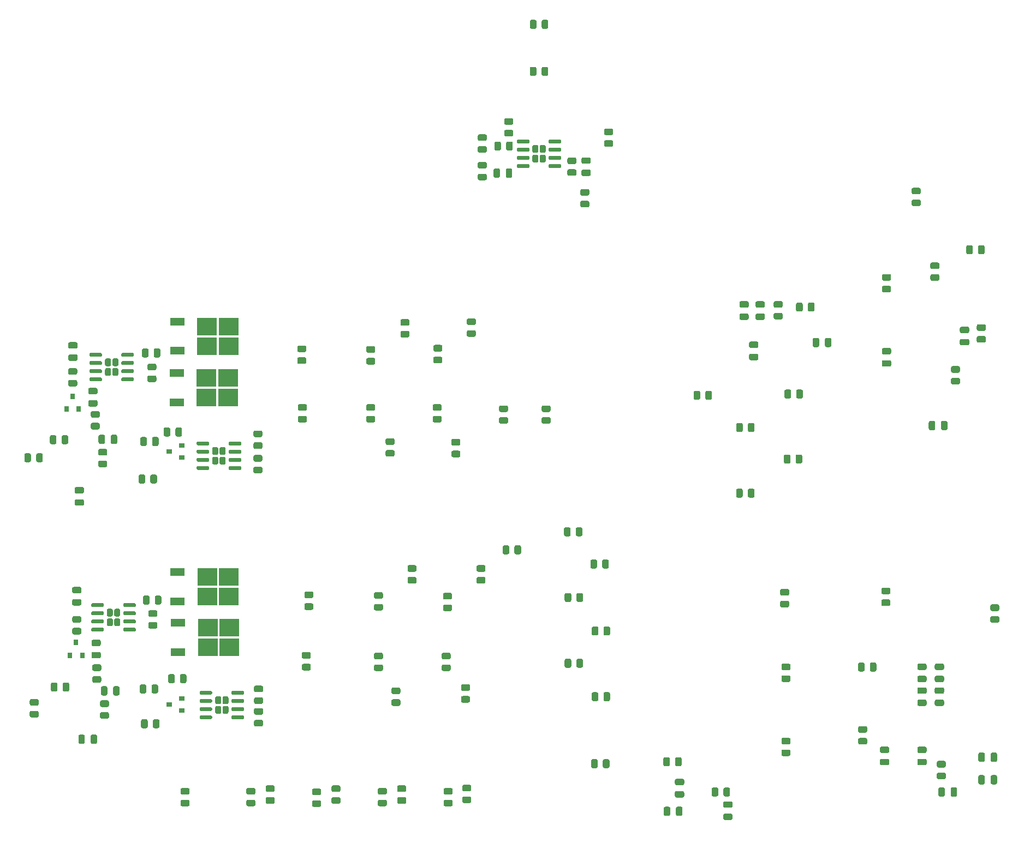
<source format=gbp>
%TF.GenerationSoftware,KiCad,Pcbnew,(5.1.10-1-10_14)*%
%TF.CreationDate,2022-05-12T12:23:04+03:00*%
%TF.ProjectId,Bipolar_transistor_tester_1.0,4269706f-6c61-4725-9f74-72616e736973,rev?*%
%TF.SameCoordinates,Original*%
%TF.FileFunction,Paste,Bot*%
%TF.FilePolarity,Positive*%
%FSLAX46Y46*%
G04 Gerber Fmt 4.6, Leading zero omitted, Abs format (unit mm)*
G04 Created by KiCad (PCBNEW (5.1.10-1-10_14)) date 2022-05-12 12:23:04*
%MOMM*%
%LPD*%
G01*
G04 APERTURE LIST*
%ADD10R,3.050000X2.750000*%
%ADD11R,2.200000X1.200000*%
%ADD12R,0.900000X0.800000*%
%ADD13R,0.800000X0.900000*%
G04 APERTURE END LIST*
%TO.C,C36*%
G36*
G01*
X210525000Y-139450000D02*
X211475000Y-139450000D01*
G75*
G02*
X211725000Y-139700000I0J-250000D01*
G01*
X211725000Y-140200000D01*
G75*
G02*
X211475000Y-140450000I-250000J0D01*
G01*
X210525000Y-140450000D01*
G75*
G02*
X210275000Y-140200000I0J250000D01*
G01*
X210275000Y-139700000D01*
G75*
G02*
X210525000Y-139450000I250000J0D01*
G01*
G37*
G36*
G01*
X210525000Y-137550000D02*
X211475000Y-137550000D01*
G75*
G02*
X211725000Y-137800000I0J-250000D01*
G01*
X211725000Y-138300000D01*
G75*
G02*
X211475000Y-138550000I-250000J0D01*
G01*
X210525000Y-138550000D01*
G75*
G02*
X210275000Y-138300000I0J250000D01*
G01*
X210275000Y-137800000D01*
G75*
G02*
X210525000Y-137550000I250000J0D01*
G01*
G37*
%TD*%
%TO.C,C35*%
G36*
G01*
X211475000Y-142250000D02*
X210525000Y-142250000D01*
G75*
G02*
X210275000Y-142000000I0J250000D01*
G01*
X210275000Y-141500000D01*
G75*
G02*
X210525000Y-141250000I250000J0D01*
G01*
X211475000Y-141250000D01*
G75*
G02*
X211725000Y-141500000I0J-250000D01*
G01*
X211725000Y-142000000D01*
G75*
G02*
X211475000Y-142250000I-250000J0D01*
G01*
G37*
G36*
G01*
X211475000Y-144150000D02*
X210525000Y-144150000D01*
G75*
G02*
X210275000Y-143900000I0J250000D01*
G01*
X210275000Y-143400000D01*
G75*
G02*
X210525000Y-143150000I250000J0D01*
G01*
X211475000Y-143150000D01*
G75*
G02*
X211725000Y-143400000I0J-250000D01*
G01*
X211725000Y-143900000D01*
G75*
G02*
X211475000Y-144150000I-250000J0D01*
G01*
G37*
%TD*%
%TO.C,C34*%
G36*
G01*
X208775000Y-151450000D02*
X207825000Y-151450000D01*
G75*
G02*
X207575000Y-151200000I0J250000D01*
G01*
X207575000Y-150700000D01*
G75*
G02*
X207825000Y-150450000I250000J0D01*
G01*
X208775000Y-150450000D01*
G75*
G02*
X209025000Y-150700000I0J-250000D01*
G01*
X209025000Y-151200000D01*
G75*
G02*
X208775000Y-151450000I-250000J0D01*
G01*
G37*
G36*
G01*
X208775000Y-153350000D02*
X207825000Y-153350000D01*
G75*
G02*
X207575000Y-153100000I0J250000D01*
G01*
X207575000Y-152600000D01*
G75*
G02*
X207825000Y-152350000I250000J0D01*
G01*
X208775000Y-152350000D01*
G75*
G02*
X209025000Y-152600000I0J-250000D01*
G01*
X209025000Y-153100000D01*
G75*
G02*
X208775000Y-153350000I-250000J0D01*
G01*
G37*
%TD*%
%TO.C,C33*%
G36*
G01*
X202975000Y-151450000D02*
X202025000Y-151450000D01*
G75*
G02*
X201775000Y-151200000I0J250000D01*
G01*
X201775000Y-150700000D01*
G75*
G02*
X202025000Y-150450000I250000J0D01*
G01*
X202975000Y-150450000D01*
G75*
G02*
X203225000Y-150700000I0J-250000D01*
G01*
X203225000Y-151200000D01*
G75*
G02*
X202975000Y-151450000I-250000J0D01*
G01*
G37*
G36*
G01*
X202975000Y-153350000D02*
X202025000Y-153350000D01*
G75*
G02*
X201775000Y-153100000I0J250000D01*
G01*
X201775000Y-152600000D01*
G75*
G02*
X202025000Y-152350000I250000J0D01*
G01*
X202975000Y-152350000D01*
G75*
G02*
X203225000Y-152600000I0J-250000D01*
G01*
X203225000Y-153100000D01*
G75*
G02*
X202975000Y-153350000I-250000J0D01*
G01*
G37*
%TD*%
%TO.C,R4*%
G36*
G01*
X70100000Y-105149998D02*
X70100000Y-106050002D01*
G75*
G02*
X69850002Y-106300000I-249998J0D01*
G01*
X69324998Y-106300000D01*
G75*
G02*
X69075000Y-106050002I0J249998D01*
G01*
X69075000Y-105149998D01*
G75*
G02*
X69324998Y-104900000I249998J0D01*
G01*
X69850002Y-104900000D01*
G75*
G02*
X70100000Y-105149998I0J-249998D01*
G01*
G37*
G36*
G01*
X71925000Y-105149998D02*
X71925000Y-106050002D01*
G75*
G02*
X71675002Y-106300000I-249998J0D01*
G01*
X71149998Y-106300000D01*
G75*
G02*
X70900000Y-106050002I0J249998D01*
G01*
X70900000Y-105149998D01*
G75*
G02*
X71149998Y-104900000I249998J0D01*
G01*
X71675002Y-104900000D01*
G75*
G02*
X71925000Y-105149998I0J-249998D01*
G01*
G37*
%TD*%
%TO.C,R73*%
G36*
G01*
X74200000Y-140749998D02*
X74200000Y-141650002D01*
G75*
G02*
X73950002Y-141900000I-249998J0D01*
G01*
X73424998Y-141900000D01*
G75*
G02*
X73175000Y-141650002I0J249998D01*
G01*
X73175000Y-140749998D01*
G75*
G02*
X73424998Y-140500000I249998J0D01*
G01*
X73950002Y-140500000D01*
G75*
G02*
X74200000Y-140749998I0J-249998D01*
G01*
G37*
G36*
G01*
X76025000Y-140749998D02*
X76025000Y-141650002D01*
G75*
G02*
X75775002Y-141900000I-249998J0D01*
G01*
X75249998Y-141900000D01*
G75*
G02*
X75000000Y-141650002I0J249998D01*
G01*
X75000000Y-140749998D01*
G75*
G02*
X75249998Y-140500000I249998J0D01*
G01*
X75775002Y-140500000D01*
G75*
G02*
X76025000Y-140749998I0J-249998D01*
G01*
G37*
%TD*%
%TO.C,R102*%
G36*
G01*
X177500000Y-157950002D02*
X177500000Y-157049998D01*
G75*
G02*
X177749998Y-156800000I249998J0D01*
G01*
X178275002Y-156800000D01*
G75*
G02*
X178525000Y-157049998I0J-249998D01*
G01*
X178525000Y-157950002D01*
G75*
G02*
X178275002Y-158200000I-249998J0D01*
G01*
X177749998Y-158200000D01*
G75*
G02*
X177500000Y-157950002I0J249998D01*
G01*
G37*
G36*
G01*
X175675000Y-157950002D02*
X175675000Y-157049998D01*
G75*
G02*
X175924998Y-156800000I249998J0D01*
G01*
X176450002Y-156800000D01*
G75*
G02*
X176700000Y-157049998I0J-249998D01*
G01*
X176700000Y-157950002D01*
G75*
G02*
X176450002Y-158200000I-249998J0D01*
G01*
X175924998Y-158200000D01*
G75*
G02*
X175675000Y-157950002I0J249998D01*
G01*
G37*
%TD*%
%TO.C,R101*%
G36*
G01*
X169212500Y-152349998D02*
X169212500Y-153250002D01*
G75*
G02*
X168962502Y-153500000I-249998J0D01*
G01*
X168437498Y-153500000D01*
G75*
G02*
X168187500Y-153250002I0J249998D01*
G01*
X168187500Y-152349998D01*
G75*
G02*
X168437498Y-152100000I249998J0D01*
G01*
X168962502Y-152100000D01*
G75*
G02*
X169212500Y-152349998I0J-249998D01*
G01*
G37*
G36*
G01*
X171037500Y-152349998D02*
X171037500Y-153250002D01*
G75*
G02*
X170787502Y-153500000I-249998J0D01*
G01*
X170262498Y-153500000D01*
G75*
G02*
X170012500Y-153250002I0J249998D01*
G01*
X170012500Y-152349998D01*
G75*
G02*
X170262498Y-152100000I249998J0D01*
G01*
X170787502Y-152100000D01*
G75*
G02*
X171037500Y-152349998I0J-249998D01*
G01*
G37*
%TD*%
%TO.C,R100*%
G36*
G01*
X158000000Y-152649998D02*
X158000000Y-153550002D01*
G75*
G02*
X157750002Y-153800000I-249998J0D01*
G01*
X157224998Y-153800000D01*
G75*
G02*
X156975000Y-153550002I0J249998D01*
G01*
X156975000Y-152649998D01*
G75*
G02*
X157224998Y-152400000I249998J0D01*
G01*
X157750002Y-152400000D01*
G75*
G02*
X158000000Y-152649998I0J-249998D01*
G01*
G37*
G36*
G01*
X159825000Y-152649998D02*
X159825000Y-153550002D01*
G75*
G02*
X159575002Y-153800000I-249998J0D01*
G01*
X159049998Y-153800000D01*
G75*
G02*
X158800000Y-153550002I0J249998D01*
G01*
X158800000Y-152649998D01*
G75*
G02*
X159049998Y-152400000I249998J0D01*
G01*
X159575002Y-152400000D01*
G75*
G02*
X159825000Y-152649998I0J-249998D01*
G01*
G37*
%TD*%
%TO.C,R98*%
G36*
G01*
X158100000Y-142249998D02*
X158100000Y-143150002D01*
G75*
G02*
X157850002Y-143400000I-249998J0D01*
G01*
X157324998Y-143400000D01*
G75*
G02*
X157075000Y-143150002I0J249998D01*
G01*
X157075000Y-142249998D01*
G75*
G02*
X157324998Y-142000000I249998J0D01*
G01*
X157850002Y-142000000D01*
G75*
G02*
X158100000Y-142249998I0J-249998D01*
G01*
G37*
G36*
G01*
X159925000Y-142249998D02*
X159925000Y-143150002D01*
G75*
G02*
X159675002Y-143400000I-249998J0D01*
G01*
X159149998Y-143400000D01*
G75*
G02*
X158900000Y-143150002I0J249998D01*
G01*
X158900000Y-142249998D01*
G75*
G02*
X159149998Y-142000000I249998J0D01*
G01*
X159675002Y-142000000D01*
G75*
G02*
X159925000Y-142249998I0J-249998D01*
G01*
G37*
%TD*%
%TO.C,R97*%
G36*
G01*
X153900000Y-137049998D02*
X153900000Y-137950002D01*
G75*
G02*
X153650002Y-138200000I-249998J0D01*
G01*
X153124998Y-138200000D01*
G75*
G02*
X152875000Y-137950002I0J249998D01*
G01*
X152875000Y-137049998D01*
G75*
G02*
X153124998Y-136800000I249998J0D01*
G01*
X153650002Y-136800000D01*
G75*
G02*
X153900000Y-137049998I0J-249998D01*
G01*
G37*
G36*
G01*
X155725000Y-137049998D02*
X155725000Y-137950002D01*
G75*
G02*
X155475002Y-138200000I-249998J0D01*
G01*
X154949998Y-138200000D01*
G75*
G02*
X154700000Y-137950002I0J249998D01*
G01*
X154700000Y-137049998D01*
G75*
G02*
X154949998Y-136800000I249998J0D01*
G01*
X155475002Y-136800000D01*
G75*
G02*
X155725000Y-137049998I0J-249998D01*
G01*
G37*
%TD*%
%TO.C,R96*%
G36*
G01*
X158100000Y-132049998D02*
X158100000Y-132950002D01*
G75*
G02*
X157850002Y-133200000I-249998J0D01*
G01*
X157324998Y-133200000D01*
G75*
G02*
X157075000Y-132950002I0J249998D01*
G01*
X157075000Y-132049998D01*
G75*
G02*
X157324998Y-131800000I249998J0D01*
G01*
X157850002Y-131800000D01*
G75*
G02*
X158100000Y-132049998I0J-249998D01*
G01*
G37*
G36*
G01*
X159925000Y-132049998D02*
X159925000Y-132950002D01*
G75*
G02*
X159675002Y-133200000I-249998J0D01*
G01*
X159149998Y-133200000D01*
G75*
G02*
X158900000Y-132950002I0J249998D01*
G01*
X158900000Y-132049998D01*
G75*
G02*
X159149998Y-131800000I249998J0D01*
G01*
X159675002Y-131800000D01*
G75*
G02*
X159925000Y-132049998I0J-249998D01*
G01*
G37*
%TD*%
%TO.C,R95*%
G36*
G01*
X153900000Y-126849998D02*
X153900000Y-127750002D01*
G75*
G02*
X153650002Y-128000000I-249998J0D01*
G01*
X153124998Y-128000000D01*
G75*
G02*
X152875000Y-127750002I0J249998D01*
G01*
X152875000Y-126849998D01*
G75*
G02*
X153124998Y-126600000I249998J0D01*
G01*
X153650002Y-126600000D01*
G75*
G02*
X153900000Y-126849998I0J-249998D01*
G01*
G37*
G36*
G01*
X155725000Y-126849998D02*
X155725000Y-127750002D01*
G75*
G02*
X155475002Y-128000000I-249998J0D01*
G01*
X154949998Y-128000000D01*
G75*
G02*
X154700000Y-127750002I0J249998D01*
G01*
X154700000Y-126849998D01*
G75*
G02*
X154949998Y-126600000I249998J0D01*
G01*
X155475002Y-126600000D01*
G75*
G02*
X155725000Y-126849998I0J-249998D01*
G01*
G37*
%TD*%
%TO.C,R94*%
G36*
G01*
X157900000Y-121649998D02*
X157900000Y-122550002D01*
G75*
G02*
X157650002Y-122800000I-249998J0D01*
G01*
X157124998Y-122800000D01*
G75*
G02*
X156875000Y-122550002I0J249998D01*
G01*
X156875000Y-121649998D01*
G75*
G02*
X157124998Y-121400000I249998J0D01*
G01*
X157650002Y-121400000D01*
G75*
G02*
X157900000Y-121649998I0J-249998D01*
G01*
G37*
G36*
G01*
X159725000Y-121649998D02*
X159725000Y-122550002D01*
G75*
G02*
X159475002Y-122800000I-249998J0D01*
G01*
X158949998Y-122800000D01*
G75*
G02*
X158700000Y-122550002I0J249998D01*
G01*
X158700000Y-121649998D01*
G75*
G02*
X158949998Y-121400000I249998J0D01*
G01*
X159475002Y-121400000D01*
G75*
G02*
X159725000Y-121649998I0J-249998D01*
G01*
G37*
%TD*%
%TO.C,R93*%
G36*
G01*
X153800000Y-116649998D02*
X153800000Y-117550002D01*
G75*
G02*
X153550002Y-117800000I-249998J0D01*
G01*
X153024998Y-117800000D01*
G75*
G02*
X152775000Y-117550002I0J249998D01*
G01*
X152775000Y-116649998D01*
G75*
G02*
X153024998Y-116400000I249998J0D01*
G01*
X153550002Y-116400000D01*
G75*
G02*
X153800000Y-116649998I0J-249998D01*
G01*
G37*
G36*
G01*
X155625000Y-116649998D02*
X155625000Y-117550002D01*
G75*
G02*
X155375002Y-117800000I-249998J0D01*
G01*
X154849998Y-117800000D01*
G75*
G02*
X154600000Y-117550002I0J249998D01*
G01*
X154600000Y-116649998D01*
G75*
G02*
X154849998Y-116400000I249998J0D01*
G01*
X155375002Y-116400000D01*
G75*
G02*
X155625000Y-116649998I0J-249998D01*
G01*
G37*
%TD*%
%TO.C,R92*%
G36*
G01*
X145087500Y-120350002D02*
X145087500Y-119449998D01*
G75*
G02*
X145337498Y-119200000I249998J0D01*
G01*
X145862502Y-119200000D01*
G75*
G02*
X146112500Y-119449998I0J-249998D01*
G01*
X146112500Y-120350002D01*
G75*
G02*
X145862502Y-120600000I-249998J0D01*
G01*
X145337498Y-120600000D01*
G75*
G02*
X145087500Y-120350002I0J249998D01*
G01*
G37*
G36*
G01*
X143262500Y-120350002D02*
X143262500Y-119449998D01*
G75*
G02*
X143512498Y-119200000I249998J0D01*
G01*
X144037502Y-119200000D01*
G75*
G02*
X144287500Y-119449998I0J-249998D01*
G01*
X144287500Y-120350002D01*
G75*
G02*
X144037502Y-120600000I-249998J0D01*
G01*
X143512498Y-120600000D01*
G75*
G02*
X143262500Y-120350002I0J249998D01*
G01*
G37*
%TD*%
%TO.C,R91*%
G36*
G01*
X134950002Y-136900000D02*
X134049998Y-136900000D01*
G75*
G02*
X133800000Y-136650002I0J249998D01*
G01*
X133800000Y-136124998D01*
G75*
G02*
X134049998Y-135875000I249998J0D01*
G01*
X134950002Y-135875000D01*
G75*
G02*
X135200000Y-136124998I0J-249998D01*
G01*
X135200000Y-136650002D01*
G75*
G02*
X134950002Y-136900000I-249998J0D01*
G01*
G37*
G36*
G01*
X134950002Y-138725000D02*
X134049998Y-138725000D01*
G75*
G02*
X133800000Y-138475002I0J249998D01*
G01*
X133800000Y-137949998D01*
G75*
G02*
X134049998Y-137700000I249998J0D01*
G01*
X134950002Y-137700000D01*
G75*
G02*
X135200000Y-137949998I0J-249998D01*
G01*
X135200000Y-138475002D01*
G75*
G02*
X134950002Y-138725000I-249998J0D01*
G01*
G37*
%TD*%
%TO.C,R90*%
G36*
G01*
X135150002Y-127600000D02*
X134249998Y-127600000D01*
G75*
G02*
X134000000Y-127350002I0J249998D01*
G01*
X134000000Y-126824998D01*
G75*
G02*
X134249998Y-126575000I249998J0D01*
G01*
X135150002Y-126575000D01*
G75*
G02*
X135400000Y-126824998I0J-249998D01*
G01*
X135400000Y-127350002D01*
G75*
G02*
X135150002Y-127600000I-249998J0D01*
G01*
G37*
G36*
G01*
X135150002Y-129425000D02*
X134249998Y-129425000D01*
G75*
G02*
X134000000Y-129175002I0J249998D01*
G01*
X134000000Y-128649998D01*
G75*
G02*
X134249998Y-128400000I249998J0D01*
G01*
X135150002Y-128400000D01*
G75*
G02*
X135400000Y-128649998I0J-249998D01*
G01*
X135400000Y-129175002D01*
G75*
G02*
X135150002Y-129425000I-249998J0D01*
G01*
G37*
%TD*%
%TO.C,R89*%
G36*
G01*
X137049998Y-142600000D02*
X137950002Y-142600000D01*
G75*
G02*
X138200000Y-142849998I0J-249998D01*
G01*
X138200000Y-143375002D01*
G75*
G02*
X137950002Y-143625000I-249998J0D01*
G01*
X137049998Y-143625000D01*
G75*
G02*
X136800000Y-143375002I0J249998D01*
G01*
X136800000Y-142849998D01*
G75*
G02*
X137049998Y-142600000I249998J0D01*
G01*
G37*
G36*
G01*
X137049998Y-140775000D02*
X137950002Y-140775000D01*
G75*
G02*
X138200000Y-141024998I0J-249998D01*
G01*
X138200000Y-141550002D01*
G75*
G02*
X137950002Y-141800000I-249998J0D01*
G01*
X137049998Y-141800000D01*
G75*
G02*
X136800000Y-141550002I0J249998D01*
G01*
X136800000Y-141024998D01*
G75*
G02*
X137049998Y-140775000I249998J0D01*
G01*
G37*
%TD*%
%TO.C,R88*%
G36*
G01*
X140350002Y-123300000D02*
X139449998Y-123300000D01*
G75*
G02*
X139200000Y-123050002I0J249998D01*
G01*
X139200000Y-122524998D01*
G75*
G02*
X139449998Y-122275000I249998J0D01*
G01*
X140350002Y-122275000D01*
G75*
G02*
X140600000Y-122524998I0J-249998D01*
G01*
X140600000Y-123050002D01*
G75*
G02*
X140350002Y-123300000I-249998J0D01*
G01*
G37*
G36*
G01*
X140350002Y-125125000D02*
X139449998Y-125125000D01*
G75*
G02*
X139200000Y-124875002I0J249998D01*
G01*
X139200000Y-124349998D01*
G75*
G02*
X139449998Y-124100000I249998J0D01*
G01*
X140350002Y-124100000D01*
G75*
G02*
X140600000Y-124349998I0J-249998D01*
G01*
X140600000Y-124875002D01*
G75*
G02*
X140350002Y-125125000I-249998J0D01*
G01*
G37*
%TD*%
%TO.C,R87*%
G36*
G01*
X124450002Y-136900000D02*
X123549998Y-136900000D01*
G75*
G02*
X123300000Y-136650002I0J249998D01*
G01*
X123300000Y-136124998D01*
G75*
G02*
X123549998Y-135875000I249998J0D01*
G01*
X124450002Y-135875000D01*
G75*
G02*
X124700000Y-136124998I0J-249998D01*
G01*
X124700000Y-136650002D01*
G75*
G02*
X124450002Y-136900000I-249998J0D01*
G01*
G37*
G36*
G01*
X124450002Y-138725000D02*
X123549998Y-138725000D01*
G75*
G02*
X123300000Y-138475002I0J249998D01*
G01*
X123300000Y-137949998D01*
G75*
G02*
X123549998Y-137700000I249998J0D01*
G01*
X124450002Y-137700000D01*
G75*
G02*
X124700000Y-137949998I0J-249998D01*
G01*
X124700000Y-138475002D01*
G75*
G02*
X124450002Y-138725000I-249998J0D01*
G01*
G37*
%TD*%
%TO.C,R86*%
G36*
G01*
X124450002Y-127500000D02*
X123549998Y-127500000D01*
G75*
G02*
X123300000Y-127250002I0J249998D01*
G01*
X123300000Y-126724998D01*
G75*
G02*
X123549998Y-126475000I249998J0D01*
G01*
X124450002Y-126475000D01*
G75*
G02*
X124700000Y-126724998I0J-249998D01*
G01*
X124700000Y-127250002D01*
G75*
G02*
X124450002Y-127500000I-249998J0D01*
G01*
G37*
G36*
G01*
X124450002Y-129325000D02*
X123549998Y-129325000D01*
G75*
G02*
X123300000Y-129075002I0J249998D01*
G01*
X123300000Y-128549998D01*
G75*
G02*
X123549998Y-128300000I249998J0D01*
G01*
X124450002Y-128300000D01*
G75*
G02*
X124700000Y-128549998I0J-249998D01*
G01*
X124700000Y-129075002D01*
G75*
G02*
X124450002Y-129325000I-249998J0D01*
G01*
G37*
%TD*%
%TO.C,R85*%
G36*
G01*
X126249998Y-143100000D02*
X127150002Y-143100000D01*
G75*
G02*
X127400000Y-143349998I0J-249998D01*
G01*
X127400000Y-143875002D01*
G75*
G02*
X127150002Y-144125000I-249998J0D01*
G01*
X126249998Y-144125000D01*
G75*
G02*
X126000000Y-143875002I0J249998D01*
G01*
X126000000Y-143349998D01*
G75*
G02*
X126249998Y-143100000I249998J0D01*
G01*
G37*
G36*
G01*
X126249998Y-141275000D02*
X127150002Y-141275000D01*
G75*
G02*
X127400000Y-141524998I0J-249998D01*
G01*
X127400000Y-142050002D01*
G75*
G02*
X127150002Y-142300000I-249998J0D01*
G01*
X126249998Y-142300000D01*
G75*
G02*
X126000000Y-142050002I0J249998D01*
G01*
X126000000Y-141524998D01*
G75*
G02*
X126249998Y-141275000I249998J0D01*
G01*
G37*
%TD*%
%TO.C,R84*%
G36*
G01*
X129650002Y-123300000D02*
X128749998Y-123300000D01*
G75*
G02*
X128500000Y-123050002I0J249998D01*
G01*
X128500000Y-122524998D01*
G75*
G02*
X128749998Y-122275000I249998J0D01*
G01*
X129650002Y-122275000D01*
G75*
G02*
X129900000Y-122524998I0J-249998D01*
G01*
X129900000Y-123050002D01*
G75*
G02*
X129650002Y-123300000I-249998J0D01*
G01*
G37*
G36*
G01*
X129650002Y-125125000D02*
X128749998Y-125125000D01*
G75*
G02*
X128500000Y-124875002I0J249998D01*
G01*
X128500000Y-124349998D01*
G75*
G02*
X128749998Y-124100000I249998J0D01*
G01*
X129650002Y-124100000D01*
G75*
G02*
X129900000Y-124349998I0J-249998D01*
G01*
X129900000Y-124875002D01*
G75*
G02*
X129650002Y-125125000I-249998J0D01*
G01*
G37*
%TD*%
%TO.C,R83*%
G36*
G01*
X104949998Y-142800000D02*
X105850002Y-142800000D01*
G75*
G02*
X106100000Y-143049998I0J-249998D01*
G01*
X106100000Y-143575002D01*
G75*
G02*
X105850002Y-143825000I-249998J0D01*
G01*
X104949998Y-143825000D01*
G75*
G02*
X104700000Y-143575002I0J249998D01*
G01*
X104700000Y-143049998D01*
G75*
G02*
X104949998Y-142800000I249998J0D01*
G01*
G37*
G36*
G01*
X104949998Y-140975000D02*
X105850002Y-140975000D01*
G75*
G02*
X106100000Y-141224998I0J-249998D01*
G01*
X106100000Y-141750002D01*
G75*
G02*
X105850002Y-142000000I-249998J0D01*
G01*
X104949998Y-142000000D01*
G75*
G02*
X104700000Y-141750002I0J249998D01*
G01*
X104700000Y-141224998D01*
G75*
G02*
X104949998Y-140975000I249998J0D01*
G01*
G37*
%TD*%
%TO.C,R82*%
G36*
G01*
X88500000Y-127249998D02*
X88500000Y-128150002D01*
G75*
G02*
X88250002Y-128400000I-249998J0D01*
G01*
X87724998Y-128400000D01*
G75*
G02*
X87475000Y-128150002I0J249998D01*
G01*
X87475000Y-127249998D01*
G75*
G02*
X87724998Y-127000000I249998J0D01*
G01*
X88250002Y-127000000D01*
G75*
G02*
X88500000Y-127249998I0J-249998D01*
G01*
G37*
G36*
G01*
X90325000Y-127249998D02*
X90325000Y-128150002D01*
G75*
G02*
X90075002Y-128400000I-249998J0D01*
G01*
X89549998Y-128400000D01*
G75*
G02*
X89300000Y-128150002I0J249998D01*
G01*
X89300000Y-127249998D01*
G75*
G02*
X89549998Y-127000000I249998J0D01*
G01*
X90075002Y-127000000D01*
G75*
G02*
X90325000Y-127249998I0J-249998D01*
G01*
G37*
%TD*%
%TO.C,R81*%
G36*
G01*
X113250002Y-136800000D02*
X112349998Y-136800000D01*
G75*
G02*
X112100000Y-136550002I0J249998D01*
G01*
X112100000Y-136024998D01*
G75*
G02*
X112349998Y-135775000I249998J0D01*
G01*
X113250002Y-135775000D01*
G75*
G02*
X113500000Y-136024998I0J-249998D01*
G01*
X113500000Y-136550002D01*
G75*
G02*
X113250002Y-136800000I-249998J0D01*
G01*
G37*
G36*
G01*
X113250002Y-138625000D02*
X112349998Y-138625000D01*
G75*
G02*
X112100000Y-138375002I0J249998D01*
G01*
X112100000Y-137849998D01*
G75*
G02*
X112349998Y-137600000I249998J0D01*
G01*
X113250002Y-137600000D01*
G75*
G02*
X113500000Y-137849998I0J-249998D01*
G01*
X113500000Y-138375002D01*
G75*
G02*
X113250002Y-138625000I-249998J0D01*
G01*
G37*
%TD*%
%TO.C,R80*%
G36*
G01*
X113650002Y-127400000D02*
X112749998Y-127400000D01*
G75*
G02*
X112500000Y-127150002I0J249998D01*
G01*
X112500000Y-126624998D01*
G75*
G02*
X112749998Y-126375000I249998J0D01*
G01*
X113650002Y-126375000D01*
G75*
G02*
X113900000Y-126624998I0J-249998D01*
G01*
X113900000Y-127150002D01*
G75*
G02*
X113650002Y-127400000I-249998J0D01*
G01*
G37*
G36*
G01*
X113650002Y-129225000D02*
X112749998Y-129225000D01*
G75*
G02*
X112500000Y-128975002I0J249998D01*
G01*
X112500000Y-128449998D01*
G75*
G02*
X112749998Y-128200000I249998J0D01*
G01*
X113650002Y-128200000D01*
G75*
G02*
X113900000Y-128449998I0J-249998D01*
G01*
X113900000Y-128975002D01*
G75*
G02*
X113650002Y-129225000I-249998J0D01*
G01*
G37*
%TD*%
%TO.C,R77*%
G36*
G01*
X104949998Y-146300000D02*
X105850002Y-146300000D01*
G75*
G02*
X106100000Y-146549998I0J-249998D01*
G01*
X106100000Y-147075002D01*
G75*
G02*
X105850002Y-147325000I-249998J0D01*
G01*
X104949998Y-147325000D01*
G75*
G02*
X104700000Y-147075002I0J249998D01*
G01*
X104700000Y-146549998D01*
G75*
G02*
X104949998Y-146300000I249998J0D01*
G01*
G37*
G36*
G01*
X104949998Y-144475000D02*
X105850002Y-144475000D01*
G75*
G02*
X106100000Y-144724998I0J-249998D01*
G01*
X106100000Y-145250002D01*
G75*
G02*
X105850002Y-145500000I-249998J0D01*
G01*
X104949998Y-145500000D01*
G75*
G02*
X104700000Y-145250002I0J249998D01*
G01*
X104700000Y-144724998D01*
G75*
G02*
X104949998Y-144475000I249998J0D01*
G01*
G37*
%TD*%
%TO.C,R76*%
G36*
G01*
X88549998Y-131100000D02*
X89450002Y-131100000D01*
G75*
G02*
X89700000Y-131349998I0J-249998D01*
G01*
X89700000Y-131875002D01*
G75*
G02*
X89450002Y-132125000I-249998J0D01*
G01*
X88549998Y-132125000D01*
G75*
G02*
X88300000Y-131875002I0J249998D01*
G01*
X88300000Y-131349998D01*
G75*
G02*
X88549998Y-131100000I249998J0D01*
G01*
G37*
G36*
G01*
X88549998Y-129275000D02*
X89450002Y-129275000D01*
G75*
G02*
X89700000Y-129524998I0J-249998D01*
G01*
X89700000Y-130050002D01*
G75*
G02*
X89450002Y-130300000I-249998J0D01*
G01*
X88549998Y-130300000D01*
G75*
G02*
X88300000Y-130050002I0J249998D01*
G01*
X88300000Y-129524998D01*
G75*
G02*
X88549998Y-129275000I249998J0D01*
G01*
G37*
%TD*%
%TO.C,R75*%
G36*
G01*
X93200000Y-140350002D02*
X93200000Y-139449998D01*
G75*
G02*
X93449998Y-139200000I249998J0D01*
G01*
X93975002Y-139200000D01*
G75*
G02*
X94225000Y-139449998I0J-249998D01*
G01*
X94225000Y-140350002D01*
G75*
G02*
X93975002Y-140600000I-249998J0D01*
G01*
X93449998Y-140600000D01*
G75*
G02*
X93200000Y-140350002I0J249998D01*
G01*
G37*
G36*
G01*
X91375000Y-140350002D02*
X91375000Y-139449998D01*
G75*
G02*
X91624998Y-139200000I249998J0D01*
G01*
X92150002Y-139200000D01*
G75*
G02*
X92400000Y-139449998I0J-249998D01*
G01*
X92400000Y-140350002D01*
G75*
G02*
X92150002Y-140600000I-249998J0D01*
G01*
X91624998Y-140600000D01*
G75*
G02*
X91375000Y-140350002I0J249998D01*
G01*
G37*
%TD*%
%TO.C,R74*%
G36*
G01*
X89000000Y-147350002D02*
X89000000Y-146449998D01*
G75*
G02*
X89249998Y-146200000I249998J0D01*
G01*
X89775002Y-146200000D01*
G75*
G02*
X90025000Y-146449998I0J-249998D01*
G01*
X90025000Y-147350002D01*
G75*
G02*
X89775002Y-147600000I-249998J0D01*
G01*
X89249998Y-147600000D01*
G75*
G02*
X89000000Y-147350002I0J249998D01*
G01*
G37*
G36*
G01*
X87175000Y-147350002D02*
X87175000Y-146449998D01*
G75*
G02*
X87424998Y-146200000I249998J0D01*
G01*
X87950002Y-146200000D01*
G75*
G02*
X88200000Y-146449998I0J-249998D01*
G01*
X88200000Y-147350002D01*
G75*
G02*
X87950002Y-147600000I-249998J0D01*
G01*
X87424998Y-147600000D01*
G75*
G02*
X87175000Y-147350002I0J249998D01*
G01*
G37*
%TD*%
%TO.C,R72*%
G36*
G01*
X76749998Y-132012500D02*
X77650002Y-132012500D01*
G75*
G02*
X77900000Y-132262498I0J-249998D01*
G01*
X77900000Y-132787502D01*
G75*
G02*
X77650002Y-133037500I-249998J0D01*
G01*
X76749998Y-133037500D01*
G75*
G02*
X76500000Y-132787502I0J249998D01*
G01*
X76500000Y-132262498D01*
G75*
G02*
X76749998Y-132012500I249998J0D01*
G01*
G37*
G36*
G01*
X76749998Y-130187500D02*
X77650002Y-130187500D01*
G75*
G02*
X77900000Y-130437498I0J-249998D01*
G01*
X77900000Y-130962502D01*
G75*
G02*
X77650002Y-131212500I-249998J0D01*
G01*
X76749998Y-131212500D01*
G75*
G02*
X76500000Y-130962502I0J249998D01*
G01*
X76500000Y-130437498D01*
G75*
G02*
X76749998Y-130187500I249998J0D01*
G01*
G37*
%TD*%
%TO.C,R71*%
G36*
G01*
X88000000Y-141049998D02*
X88000000Y-141950002D01*
G75*
G02*
X87750002Y-142200000I-249998J0D01*
G01*
X87224998Y-142200000D01*
G75*
G02*
X86975000Y-141950002I0J249998D01*
G01*
X86975000Y-141049998D01*
G75*
G02*
X87224998Y-140800000I249998J0D01*
G01*
X87750002Y-140800000D01*
G75*
G02*
X88000000Y-141049998I0J-249998D01*
G01*
G37*
G36*
G01*
X89825000Y-141049998D02*
X89825000Y-141950002D01*
G75*
G02*
X89575002Y-142200000I-249998J0D01*
G01*
X89049998Y-142200000D01*
G75*
G02*
X88800000Y-141950002I0J249998D01*
G01*
X88800000Y-141049998D01*
G75*
G02*
X89049998Y-140800000I249998J0D01*
G01*
X89575002Y-140800000D01*
G75*
G02*
X89825000Y-141049998I0J-249998D01*
G01*
G37*
%TD*%
%TO.C,R70*%
G36*
G01*
X79849998Y-139512500D02*
X80750002Y-139512500D01*
G75*
G02*
X81000000Y-139762498I0J-249998D01*
G01*
X81000000Y-140287502D01*
G75*
G02*
X80750002Y-140537500I-249998J0D01*
G01*
X79849998Y-140537500D01*
G75*
G02*
X79600000Y-140287502I0J249998D01*
G01*
X79600000Y-139762498D01*
G75*
G02*
X79849998Y-139512500I249998J0D01*
G01*
G37*
G36*
G01*
X79849998Y-137687500D02*
X80750002Y-137687500D01*
G75*
G02*
X81000000Y-137937498I0J-249998D01*
G01*
X81000000Y-138462502D01*
G75*
G02*
X80750002Y-138712500I-249998J0D01*
G01*
X79849998Y-138712500D01*
G75*
G02*
X79600000Y-138462502I0J249998D01*
G01*
X79600000Y-137937498D01*
G75*
G02*
X79849998Y-137687500I249998J0D01*
G01*
G37*
%TD*%
%TO.C,R69*%
G36*
G01*
X81950002Y-144300000D02*
X81049998Y-144300000D01*
G75*
G02*
X80800000Y-144050002I0J249998D01*
G01*
X80800000Y-143524998D01*
G75*
G02*
X81049998Y-143275000I249998J0D01*
G01*
X81950002Y-143275000D01*
G75*
G02*
X82200000Y-143524998I0J-249998D01*
G01*
X82200000Y-144050002D01*
G75*
G02*
X81950002Y-144300000I-249998J0D01*
G01*
G37*
G36*
G01*
X81950002Y-146125000D02*
X81049998Y-146125000D01*
G75*
G02*
X80800000Y-145875002I0J249998D01*
G01*
X80800000Y-145349998D01*
G75*
G02*
X81049998Y-145100000I249998J0D01*
G01*
X81950002Y-145100000D01*
G75*
G02*
X82200000Y-145349998I0J-249998D01*
G01*
X82200000Y-145875002D01*
G75*
G02*
X81950002Y-146125000I-249998J0D01*
G01*
G37*
%TD*%
%TO.C,R68*%
G36*
G01*
X70149998Y-144900000D02*
X71050002Y-144900000D01*
G75*
G02*
X71300000Y-145149998I0J-249998D01*
G01*
X71300000Y-145675002D01*
G75*
G02*
X71050002Y-145925000I-249998J0D01*
G01*
X70149998Y-145925000D01*
G75*
G02*
X69900000Y-145675002I0J249998D01*
G01*
X69900000Y-145149998D01*
G75*
G02*
X70149998Y-144900000I249998J0D01*
G01*
G37*
G36*
G01*
X70149998Y-143075000D02*
X71050002Y-143075000D01*
G75*
G02*
X71300000Y-143324998I0J-249998D01*
G01*
X71300000Y-143850002D01*
G75*
G02*
X71050002Y-144100000I-249998J0D01*
G01*
X70149998Y-144100000D01*
G75*
G02*
X69900000Y-143850002I0J249998D01*
G01*
X69900000Y-143324998D01*
G75*
G02*
X70149998Y-143075000I249998J0D01*
G01*
G37*
%TD*%
%TO.C,R67*%
G36*
G01*
X148500000Y-45149998D02*
X148500000Y-46050002D01*
G75*
G02*
X148250002Y-46300000I-249998J0D01*
G01*
X147724998Y-46300000D01*
G75*
G02*
X147475000Y-46050002I0J249998D01*
G01*
X147475000Y-45149998D01*
G75*
G02*
X147724998Y-44900000I249998J0D01*
G01*
X148250002Y-44900000D01*
G75*
G02*
X148500000Y-45149998I0J-249998D01*
G01*
G37*
G36*
G01*
X150325000Y-45149998D02*
X150325000Y-46050002D01*
G75*
G02*
X150075002Y-46300000I-249998J0D01*
G01*
X149549998Y-46300000D01*
G75*
G02*
X149300000Y-46050002I0J249998D01*
G01*
X149300000Y-45149998D01*
G75*
G02*
X149549998Y-44900000I249998J0D01*
G01*
X150075002Y-44900000D01*
G75*
G02*
X150325000Y-45149998I0J-249998D01*
G01*
G37*
%TD*%
%TO.C,R66*%
G36*
G01*
X155549998Y-65700000D02*
X156450002Y-65700000D01*
G75*
G02*
X156700000Y-65949998I0J-249998D01*
G01*
X156700000Y-66475002D01*
G75*
G02*
X156450002Y-66725000I-249998J0D01*
G01*
X155549998Y-66725000D01*
G75*
G02*
X155300000Y-66475002I0J249998D01*
G01*
X155300000Y-65949998D01*
G75*
G02*
X155549998Y-65700000I249998J0D01*
G01*
G37*
G36*
G01*
X155549998Y-63875000D02*
X156450002Y-63875000D01*
G75*
G02*
X156700000Y-64124998I0J-249998D01*
G01*
X156700000Y-64650002D01*
G75*
G02*
X156450002Y-64900000I-249998J0D01*
G01*
X155549998Y-64900000D01*
G75*
G02*
X155300000Y-64650002I0J249998D01*
G01*
X155300000Y-64124998D01*
G75*
G02*
X155549998Y-63875000I249998J0D01*
G01*
G37*
%TD*%
%TO.C,R65*%
G36*
G01*
X160150002Y-55500000D02*
X159249998Y-55500000D01*
G75*
G02*
X159000000Y-55250002I0J249998D01*
G01*
X159000000Y-54724998D01*
G75*
G02*
X159249998Y-54475000I249998J0D01*
G01*
X160150002Y-54475000D01*
G75*
G02*
X160400000Y-54724998I0J-249998D01*
G01*
X160400000Y-55250002D01*
G75*
G02*
X160150002Y-55500000I-249998J0D01*
G01*
G37*
G36*
G01*
X160150002Y-57325000D02*
X159249998Y-57325000D01*
G75*
G02*
X159000000Y-57075002I0J249998D01*
G01*
X159000000Y-56549998D01*
G75*
G02*
X159249998Y-56300000I249998J0D01*
G01*
X160150002Y-56300000D01*
G75*
G02*
X160400000Y-56549998I0J-249998D01*
G01*
X160400000Y-57075002D01*
G75*
G02*
X160150002Y-57325000I-249998J0D01*
G01*
G37*
%TD*%
%TO.C,R64*%
G36*
G01*
X153549998Y-60800000D02*
X154450002Y-60800000D01*
G75*
G02*
X154700000Y-61049998I0J-249998D01*
G01*
X154700000Y-61575002D01*
G75*
G02*
X154450002Y-61825000I-249998J0D01*
G01*
X153549998Y-61825000D01*
G75*
G02*
X153300000Y-61575002I0J249998D01*
G01*
X153300000Y-61049998D01*
G75*
G02*
X153549998Y-60800000I249998J0D01*
G01*
G37*
G36*
G01*
X153549998Y-58975000D02*
X154450002Y-58975000D01*
G75*
G02*
X154700000Y-59224998I0J-249998D01*
G01*
X154700000Y-59750002D01*
G75*
G02*
X154450002Y-60000000I-249998J0D01*
G01*
X153549998Y-60000000D01*
G75*
G02*
X153300000Y-59750002I0J249998D01*
G01*
X153300000Y-59224998D01*
G75*
G02*
X153549998Y-58975000I249998J0D01*
G01*
G37*
%TD*%
%TO.C,R63*%
G36*
G01*
X139649998Y-57200000D02*
X140550002Y-57200000D01*
G75*
G02*
X140800000Y-57449998I0J-249998D01*
G01*
X140800000Y-57975002D01*
G75*
G02*
X140550002Y-58225000I-249998J0D01*
G01*
X139649998Y-58225000D01*
G75*
G02*
X139400000Y-57975002I0J249998D01*
G01*
X139400000Y-57449998D01*
G75*
G02*
X139649998Y-57200000I249998J0D01*
G01*
G37*
G36*
G01*
X139649998Y-55375000D02*
X140550002Y-55375000D01*
G75*
G02*
X140800000Y-55624998I0J-249998D01*
G01*
X140800000Y-56150002D01*
G75*
G02*
X140550002Y-56400000I-249998J0D01*
G01*
X139649998Y-56400000D01*
G75*
G02*
X139400000Y-56150002I0J249998D01*
G01*
X139400000Y-55624998D01*
G75*
G02*
X139649998Y-55375000I249998J0D01*
G01*
G37*
%TD*%
%TO.C,R62*%
G36*
G01*
X144650002Y-53900000D02*
X143749998Y-53900000D01*
G75*
G02*
X143500000Y-53650002I0J249998D01*
G01*
X143500000Y-53124998D01*
G75*
G02*
X143749998Y-52875000I249998J0D01*
G01*
X144650002Y-52875000D01*
G75*
G02*
X144900000Y-53124998I0J-249998D01*
G01*
X144900000Y-53650002D01*
G75*
G02*
X144650002Y-53900000I-249998J0D01*
G01*
G37*
G36*
G01*
X144650002Y-55725000D02*
X143749998Y-55725000D01*
G75*
G02*
X143500000Y-55475002I0J249998D01*
G01*
X143500000Y-54949998D01*
G75*
G02*
X143749998Y-54700000I249998J0D01*
G01*
X144650002Y-54700000D01*
G75*
G02*
X144900000Y-54949998I0J-249998D01*
G01*
X144900000Y-55475002D01*
G75*
G02*
X144650002Y-55725000I-249998J0D01*
G01*
G37*
%TD*%
%TO.C,R61*%
G36*
G01*
X148512500Y-37849998D02*
X148512500Y-38750002D01*
G75*
G02*
X148262502Y-39000000I-249998J0D01*
G01*
X147737498Y-39000000D01*
G75*
G02*
X147487500Y-38750002I0J249998D01*
G01*
X147487500Y-37849998D01*
G75*
G02*
X147737498Y-37600000I249998J0D01*
G01*
X148262502Y-37600000D01*
G75*
G02*
X148512500Y-37849998I0J-249998D01*
G01*
G37*
G36*
G01*
X150337500Y-37849998D02*
X150337500Y-38750002D01*
G75*
G02*
X150087502Y-39000000I-249998J0D01*
G01*
X149562498Y-39000000D01*
G75*
G02*
X149312500Y-38750002I0J249998D01*
G01*
X149312500Y-37849998D01*
G75*
G02*
X149562498Y-37600000I249998J0D01*
G01*
X150087502Y-37600000D01*
G75*
G02*
X150337500Y-37849998I0J-249998D01*
G01*
G37*
%TD*%
%TO.C,R60*%
G36*
G01*
X143000000Y-56749998D02*
X143000000Y-57650002D01*
G75*
G02*
X142750002Y-57900000I-249998J0D01*
G01*
X142224998Y-57900000D01*
G75*
G02*
X141975000Y-57650002I0J249998D01*
G01*
X141975000Y-56749998D01*
G75*
G02*
X142224998Y-56500000I249998J0D01*
G01*
X142750002Y-56500000D01*
G75*
G02*
X143000000Y-56749998I0J-249998D01*
G01*
G37*
G36*
G01*
X144825000Y-56749998D02*
X144825000Y-57650002D01*
G75*
G02*
X144575002Y-57900000I-249998J0D01*
G01*
X144049998Y-57900000D01*
G75*
G02*
X143800000Y-57650002I0J249998D01*
G01*
X143800000Y-56749998D01*
G75*
G02*
X144049998Y-56500000I249998J0D01*
G01*
X144575002Y-56500000D01*
G75*
G02*
X144825000Y-56749998I0J-249998D01*
G01*
G37*
%TD*%
%TO.C,R59*%
G36*
G01*
X139649998Y-61500000D02*
X140550002Y-61500000D01*
G75*
G02*
X140800000Y-61749998I0J-249998D01*
G01*
X140800000Y-62275002D01*
G75*
G02*
X140550002Y-62525000I-249998J0D01*
G01*
X139649998Y-62525000D01*
G75*
G02*
X139400000Y-62275002I0J249998D01*
G01*
X139400000Y-61749998D01*
G75*
G02*
X139649998Y-61500000I249998J0D01*
G01*
G37*
G36*
G01*
X139649998Y-59675000D02*
X140550002Y-59675000D01*
G75*
G02*
X140800000Y-59924998I0J-249998D01*
G01*
X140800000Y-60450002D01*
G75*
G02*
X140550002Y-60700000I-249998J0D01*
G01*
X139649998Y-60700000D01*
G75*
G02*
X139400000Y-60450002I0J249998D01*
G01*
X139400000Y-59924998D01*
G75*
G02*
X139649998Y-59675000I249998J0D01*
G01*
G37*
%TD*%
%TO.C,R58*%
G36*
G01*
X134349998Y-158700000D02*
X135250002Y-158700000D01*
G75*
G02*
X135500000Y-158949998I0J-249998D01*
G01*
X135500000Y-159475002D01*
G75*
G02*
X135250002Y-159725000I-249998J0D01*
G01*
X134349998Y-159725000D01*
G75*
G02*
X134100000Y-159475002I0J249998D01*
G01*
X134100000Y-158949998D01*
G75*
G02*
X134349998Y-158700000I249998J0D01*
G01*
G37*
G36*
G01*
X134349998Y-156875000D02*
X135250002Y-156875000D01*
G75*
G02*
X135500000Y-157124998I0J-249998D01*
G01*
X135500000Y-157650002D01*
G75*
G02*
X135250002Y-157900000I-249998J0D01*
G01*
X134349998Y-157900000D01*
G75*
G02*
X134100000Y-157650002I0J249998D01*
G01*
X134100000Y-157124998D01*
G75*
G02*
X134349998Y-156875000I249998J0D01*
G01*
G37*
%TD*%
%TO.C,R57*%
G36*
G01*
X137249998Y-158200000D02*
X138150002Y-158200000D01*
G75*
G02*
X138400000Y-158449998I0J-249998D01*
G01*
X138400000Y-158975002D01*
G75*
G02*
X138150002Y-159225000I-249998J0D01*
G01*
X137249998Y-159225000D01*
G75*
G02*
X137000000Y-158975002I0J249998D01*
G01*
X137000000Y-158449998D01*
G75*
G02*
X137249998Y-158200000I249998J0D01*
G01*
G37*
G36*
G01*
X137249998Y-156375000D02*
X138150002Y-156375000D01*
G75*
G02*
X138400000Y-156624998I0J-249998D01*
G01*
X138400000Y-157150002D01*
G75*
G02*
X138150002Y-157400000I-249998J0D01*
G01*
X137249998Y-157400000D01*
G75*
G02*
X137000000Y-157150002I0J249998D01*
G01*
X137000000Y-156624998D01*
G75*
G02*
X137249998Y-156375000I249998J0D01*
G01*
G37*
%TD*%
%TO.C,R56*%
G36*
G01*
X124149998Y-158700000D02*
X125050002Y-158700000D01*
G75*
G02*
X125300000Y-158949998I0J-249998D01*
G01*
X125300000Y-159475002D01*
G75*
G02*
X125050002Y-159725000I-249998J0D01*
G01*
X124149998Y-159725000D01*
G75*
G02*
X123900000Y-159475002I0J249998D01*
G01*
X123900000Y-158949998D01*
G75*
G02*
X124149998Y-158700000I249998J0D01*
G01*
G37*
G36*
G01*
X124149998Y-156875000D02*
X125050002Y-156875000D01*
G75*
G02*
X125300000Y-157124998I0J-249998D01*
G01*
X125300000Y-157650002D01*
G75*
G02*
X125050002Y-157900000I-249998J0D01*
G01*
X124149998Y-157900000D01*
G75*
G02*
X123900000Y-157650002I0J249998D01*
G01*
X123900000Y-157124998D01*
G75*
G02*
X124149998Y-156875000I249998J0D01*
G01*
G37*
%TD*%
%TO.C,R55*%
G36*
G01*
X127149998Y-158300000D02*
X128050002Y-158300000D01*
G75*
G02*
X128300000Y-158549998I0J-249998D01*
G01*
X128300000Y-159075002D01*
G75*
G02*
X128050002Y-159325000I-249998J0D01*
G01*
X127149998Y-159325000D01*
G75*
G02*
X126900000Y-159075002I0J249998D01*
G01*
X126900000Y-158549998D01*
G75*
G02*
X127149998Y-158300000I249998J0D01*
G01*
G37*
G36*
G01*
X127149998Y-156475000D02*
X128050002Y-156475000D01*
G75*
G02*
X128300000Y-156724998I0J-249998D01*
G01*
X128300000Y-157250002D01*
G75*
G02*
X128050002Y-157500000I-249998J0D01*
G01*
X127149998Y-157500000D01*
G75*
G02*
X126900000Y-157250002I0J249998D01*
G01*
X126900000Y-156724998D01*
G75*
G02*
X127149998Y-156475000I249998J0D01*
G01*
G37*
%TD*%
%TO.C,R54*%
G36*
G01*
X113949998Y-158800000D02*
X114850002Y-158800000D01*
G75*
G02*
X115100000Y-159049998I0J-249998D01*
G01*
X115100000Y-159575002D01*
G75*
G02*
X114850002Y-159825000I-249998J0D01*
G01*
X113949998Y-159825000D01*
G75*
G02*
X113700000Y-159575002I0J249998D01*
G01*
X113700000Y-159049998D01*
G75*
G02*
X113949998Y-158800000I249998J0D01*
G01*
G37*
G36*
G01*
X113949998Y-156975000D02*
X114850002Y-156975000D01*
G75*
G02*
X115100000Y-157224998I0J-249998D01*
G01*
X115100000Y-157750002D01*
G75*
G02*
X114850002Y-158000000I-249998J0D01*
G01*
X113949998Y-158000000D01*
G75*
G02*
X113700000Y-157750002I0J249998D01*
G01*
X113700000Y-157224998D01*
G75*
G02*
X113949998Y-156975000I249998J0D01*
G01*
G37*
%TD*%
%TO.C,R53*%
G36*
G01*
X116949998Y-158300000D02*
X117850002Y-158300000D01*
G75*
G02*
X118100000Y-158549998I0J-249998D01*
G01*
X118100000Y-159075002D01*
G75*
G02*
X117850002Y-159325000I-249998J0D01*
G01*
X116949998Y-159325000D01*
G75*
G02*
X116700000Y-159075002I0J249998D01*
G01*
X116700000Y-158549998D01*
G75*
G02*
X116949998Y-158300000I249998J0D01*
G01*
G37*
G36*
G01*
X116949998Y-156475000D02*
X117850002Y-156475000D01*
G75*
G02*
X118100000Y-156724998I0J-249998D01*
G01*
X118100000Y-157250002D01*
G75*
G02*
X117850002Y-157500000I-249998J0D01*
G01*
X116949998Y-157500000D01*
G75*
G02*
X116700000Y-157250002I0J249998D01*
G01*
X116700000Y-156724998D01*
G75*
G02*
X116949998Y-156475000I249998J0D01*
G01*
G37*
%TD*%
%TO.C,R52*%
G36*
G01*
X103749998Y-158700000D02*
X104650002Y-158700000D01*
G75*
G02*
X104900000Y-158949998I0J-249998D01*
G01*
X104900000Y-159475002D01*
G75*
G02*
X104650002Y-159725000I-249998J0D01*
G01*
X103749998Y-159725000D01*
G75*
G02*
X103500000Y-159475002I0J249998D01*
G01*
X103500000Y-158949998D01*
G75*
G02*
X103749998Y-158700000I249998J0D01*
G01*
G37*
G36*
G01*
X103749998Y-156875000D02*
X104650002Y-156875000D01*
G75*
G02*
X104900000Y-157124998I0J-249998D01*
G01*
X104900000Y-157650002D01*
G75*
G02*
X104650002Y-157900000I-249998J0D01*
G01*
X103749998Y-157900000D01*
G75*
G02*
X103500000Y-157650002I0J249998D01*
G01*
X103500000Y-157124998D01*
G75*
G02*
X103749998Y-156875000I249998J0D01*
G01*
G37*
%TD*%
%TO.C,R51*%
G36*
G01*
X106749998Y-158300000D02*
X107650002Y-158300000D01*
G75*
G02*
X107900000Y-158549998I0J-249998D01*
G01*
X107900000Y-159075002D01*
G75*
G02*
X107650002Y-159325000I-249998J0D01*
G01*
X106749998Y-159325000D01*
G75*
G02*
X106500000Y-159075002I0J249998D01*
G01*
X106500000Y-158549998D01*
G75*
G02*
X106749998Y-158300000I249998J0D01*
G01*
G37*
G36*
G01*
X106749998Y-156475000D02*
X107650002Y-156475000D01*
G75*
G02*
X107900000Y-156724998I0J-249998D01*
G01*
X107900000Y-157250002D01*
G75*
G02*
X107650002Y-157500000I-249998J0D01*
G01*
X106749998Y-157500000D01*
G75*
G02*
X106500000Y-157250002I0J249998D01*
G01*
X106500000Y-156724998D01*
G75*
G02*
X106749998Y-156475000I249998J0D01*
G01*
G37*
%TD*%
%TO.C,R50*%
G36*
G01*
X93549998Y-158700000D02*
X94450002Y-158700000D01*
G75*
G02*
X94700000Y-158949998I0J-249998D01*
G01*
X94700000Y-159475002D01*
G75*
G02*
X94450002Y-159725000I-249998J0D01*
G01*
X93549998Y-159725000D01*
G75*
G02*
X93300000Y-159475002I0J249998D01*
G01*
X93300000Y-158949998D01*
G75*
G02*
X93549998Y-158700000I249998J0D01*
G01*
G37*
G36*
G01*
X93549998Y-156875000D02*
X94450002Y-156875000D01*
G75*
G02*
X94700000Y-157124998I0J-249998D01*
G01*
X94700000Y-157650002D01*
G75*
G02*
X94450002Y-157900000I-249998J0D01*
G01*
X93549998Y-157900000D01*
G75*
G02*
X93300000Y-157650002I0J249998D01*
G01*
X93300000Y-157124998D01*
G75*
G02*
X93549998Y-156875000I249998J0D01*
G01*
G37*
%TD*%
%TO.C,R49*%
G36*
G01*
X213049998Y-93200000D02*
X213950002Y-93200000D01*
G75*
G02*
X214200000Y-93449998I0J-249998D01*
G01*
X214200000Y-93975002D01*
G75*
G02*
X213950002Y-94225000I-249998J0D01*
G01*
X213049998Y-94225000D01*
G75*
G02*
X212800000Y-93975002I0J249998D01*
G01*
X212800000Y-93449998D01*
G75*
G02*
X213049998Y-93200000I249998J0D01*
G01*
G37*
G36*
G01*
X213049998Y-91375000D02*
X213950002Y-91375000D01*
G75*
G02*
X214200000Y-91624998I0J-249998D01*
G01*
X214200000Y-92150002D01*
G75*
G02*
X213950002Y-92400000I-249998J0D01*
G01*
X213049998Y-92400000D01*
G75*
G02*
X212800000Y-92150002I0J249998D01*
G01*
X212800000Y-91624998D01*
G75*
G02*
X213049998Y-91375000I249998J0D01*
G01*
G37*
%TD*%
%TO.C,R48*%
G36*
G01*
X209849998Y-77100000D02*
X210750002Y-77100000D01*
G75*
G02*
X211000000Y-77349998I0J-249998D01*
G01*
X211000000Y-77875002D01*
G75*
G02*
X210750002Y-78125000I-249998J0D01*
G01*
X209849998Y-78125000D01*
G75*
G02*
X209600000Y-77875002I0J249998D01*
G01*
X209600000Y-77349998D01*
G75*
G02*
X209849998Y-77100000I249998J0D01*
G01*
G37*
G36*
G01*
X209849998Y-75275000D02*
X210750002Y-75275000D01*
G75*
G02*
X211000000Y-75524998I0J-249998D01*
G01*
X211000000Y-76050002D01*
G75*
G02*
X210750002Y-76300000I-249998J0D01*
G01*
X209849998Y-76300000D01*
G75*
G02*
X209600000Y-76050002I0J249998D01*
G01*
X209600000Y-75524998D01*
G75*
G02*
X209849998Y-75275000I249998J0D01*
G01*
G37*
%TD*%
%TO.C,R47*%
G36*
G01*
X202349998Y-78900000D02*
X203250002Y-78900000D01*
G75*
G02*
X203500000Y-79149998I0J-249998D01*
G01*
X203500000Y-79675002D01*
G75*
G02*
X203250002Y-79925000I-249998J0D01*
G01*
X202349998Y-79925000D01*
G75*
G02*
X202100000Y-79675002I0J249998D01*
G01*
X202100000Y-79149998D01*
G75*
G02*
X202349998Y-78900000I249998J0D01*
G01*
G37*
G36*
G01*
X202349998Y-77075000D02*
X203250002Y-77075000D01*
G75*
G02*
X203500000Y-77324998I0J-249998D01*
G01*
X203500000Y-77850002D01*
G75*
G02*
X203250002Y-78100000I-249998J0D01*
G01*
X202349998Y-78100000D01*
G75*
G02*
X202100000Y-77850002I0J249998D01*
G01*
X202100000Y-77324998D01*
G75*
G02*
X202349998Y-77075000I249998J0D01*
G01*
G37*
%TD*%
%TO.C,R46*%
G36*
G01*
X217000000Y-73750002D02*
X217000000Y-72849998D01*
G75*
G02*
X217249998Y-72600000I249998J0D01*
G01*
X217775002Y-72600000D01*
G75*
G02*
X218025000Y-72849998I0J-249998D01*
G01*
X218025000Y-73750002D01*
G75*
G02*
X217775002Y-74000000I-249998J0D01*
G01*
X217249998Y-74000000D01*
G75*
G02*
X217000000Y-73750002I0J249998D01*
G01*
G37*
G36*
G01*
X215175000Y-73750002D02*
X215175000Y-72849998D01*
G75*
G02*
X215424998Y-72600000I249998J0D01*
G01*
X215950002Y-72600000D01*
G75*
G02*
X216200000Y-72849998I0J-249998D01*
G01*
X216200000Y-73750002D01*
G75*
G02*
X215950002Y-74000000I-249998J0D01*
G01*
X215424998Y-74000000D01*
G75*
G02*
X215175000Y-73750002I0J249998D01*
G01*
G37*
%TD*%
%TO.C,R45*%
G36*
G01*
X207850002Y-64700000D02*
X206949998Y-64700000D01*
G75*
G02*
X206700000Y-64450002I0J249998D01*
G01*
X206700000Y-63924998D01*
G75*
G02*
X206949998Y-63675000I249998J0D01*
G01*
X207850002Y-63675000D01*
G75*
G02*
X208100000Y-63924998I0J-249998D01*
G01*
X208100000Y-64450002D01*
G75*
G02*
X207850002Y-64700000I-249998J0D01*
G01*
G37*
G36*
G01*
X207850002Y-66525000D02*
X206949998Y-66525000D01*
G75*
G02*
X206700000Y-66275002I0J249998D01*
G01*
X206700000Y-65749998D01*
G75*
G02*
X206949998Y-65500000I249998J0D01*
G01*
X207850002Y-65500000D01*
G75*
G02*
X208100000Y-65749998I0J-249998D01*
G01*
X208100000Y-66275002D01*
G75*
G02*
X207850002Y-66525000I-249998J0D01*
G01*
G37*
%TD*%
%TO.C,R44*%
G36*
G01*
X217950002Y-85900000D02*
X217049998Y-85900000D01*
G75*
G02*
X216800000Y-85650002I0J249998D01*
G01*
X216800000Y-85124998D01*
G75*
G02*
X217049998Y-84875000I249998J0D01*
G01*
X217950002Y-84875000D01*
G75*
G02*
X218200000Y-85124998I0J-249998D01*
G01*
X218200000Y-85650002D01*
G75*
G02*
X217950002Y-85900000I-249998J0D01*
G01*
G37*
G36*
G01*
X217950002Y-87725000D02*
X217049998Y-87725000D01*
G75*
G02*
X216800000Y-87475002I0J249998D01*
G01*
X216800000Y-86949998D01*
G75*
G02*
X217049998Y-86700000I249998J0D01*
G01*
X217950002Y-86700000D01*
G75*
G02*
X218200000Y-86949998I0J-249998D01*
G01*
X218200000Y-87475002D01*
G75*
G02*
X217950002Y-87725000I-249998J0D01*
G01*
G37*
%TD*%
%TO.C,R43*%
G36*
G01*
X185549998Y-83100000D02*
X186450002Y-83100000D01*
G75*
G02*
X186700000Y-83349998I0J-249998D01*
G01*
X186700000Y-83875002D01*
G75*
G02*
X186450002Y-84125000I-249998J0D01*
G01*
X185549998Y-84125000D01*
G75*
G02*
X185300000Y-83875002I0J249998D01*
G01*
X185300000Y-83349998D01*
G75*
G02*
X185549998Y-83100000I249998J0D01*
G01*
G37*
G36*
G01*
X185549998Y-81275000D02*
X186450002Y-81275000D01*
G75*
G02*
X186700000Y-81524998I0J-249998D01*
G01*
X186700000Y-82050002D01*
G75*
G02*
X186450002Y-82300000I-249998J0D01*
G01*
X185549998Y-82300000D01*
G75*
G02*
X185300000Y-82050002I0J249998D01*
G01*
X185300000Y-81524998D01*
G75*
G02*
X185549998Y-81275000I249998J0D01*
G01*
G37*
%TD*%
%TO.C,R42*%
G36*
G01*
X188000000Y-95249998D02*
X188000000Y-96150002D01*
G75*
G02*
X187750002Y-96400000I-249998J0D01*
G01*
X187224998Y-96400000D01*
G75*
G02*
X186975000Y-96150002I0J249998D01*
G01*
X186975000Y-95249998D01*
G75*
G02*
X187224998Y-95000000I249998J0D01*
G01*
X187750002Y-95000000D01*
G75*
G02*
X188000000Y-95249998I0J-249998D01*
G01*
G37*
G36*
G01*
X189825000Y-95249998D02*
X189825000Y-96150002D01*
G75*
G02*
X189575002Y-96400000I-249998J0D01*
G01*
X189049998Y-96400000D01*
G75*
G02*
X188800000Y-96150002I0J249998D01*
G01*
X188800000Y-95249998D01*
G75*
G02*
X189049998Y-95000000I249998J0D01*
G01*
X189575002Y-95000000D01*
G75*
G02*
X189825000Y-95249998I0J-249998D01*
G01*
G37*
%TD*%
%TO.C,R41*%
G36*
G01*
X187900000Y-105349998D02*
X187900000Y-106250002D01*
G75*
G02*
X187650002Y-106500000I-249998J0D01*
G01*
X187124998Y-106500000D01*
G75*
G02*
X186875000Y-106250002I0J249998D01*
G01*
X186875000Y-105349998D01*
G75*
G02*
X187124998Y-105100000I249998J0D01*
G01*
X187650002Y-105100000D01*
G75*
G02*
X187900000Y-105349998I0J-249998D01*
G01*
G37*
G36*
G01*
X189725000Y-105349998D02*
X189725000Y-106250002D01*
G75*
G02*
X189475002Y-106500000I-249998J0D01*
G01*
X188949998Y-106500000D01*
G75*
G02*
X188700000Y-106250002I0J249998D01*
G01*
X188700000Y-105349998D01*
G75*
G02*
X188949998Y-105100000I249998J0D01*
G01*
X189475002Y-105100000D01*
G75*
G02*
X189725000Y-105349998I0J-249998D01*
G01*
G37*
%TD*%
%TO.C,R40*%
G36*
G01*
X181300000Y-101350002D02*
X181300000Y-100449998D01*
G75*
G02*
X181549998Y-100200000I249998J0D01*
G01*
X182075002Y-100200000D01*
G75*
G02*
X182325000Y-100449998I0J-249998D01*
G01*
X182325000Y-101350002D01*
G75*
G02*
X182075002Y-101600000I-249998J0D01*
G01*
X181549998Y-101600000D01*
G75*
G02*
X181300000Y-101350002I0J249998D01*
G01*
G37*
G36*
G01*
X179475000Y-101350002D02*
X179475000Y-100449998D01*
G75*
G02*
X179724998Y-100200000I249998J0D01*
G01*
X180250002Y-100200000D01*
G75*
G02*
X180500000Y-100449998I0J-249998D01*
G01*
X180500000Y-101350002D01*
G75*
G02*
X180250002Y-101600000I-249998J0D01*
G01*
X179724998Y-101600000D01*
G75*
G02*
X179475000Y-101350002I0J249998D01*
G01*
G37*
%TD*%
%TO.C,R39*%
G36*
G01*
X181300000Y-111550002D02*
X181300000Y-110649998D01*
G75*
G02*
X181549998Y-110400000I249998J0D01*
G01*
X182075002Y-110400000D01*
G75*
G02*
X182325000Y-110649998I0J-249998D01*
G01*
X182325000Y-111550002D01*
G75*
G02*
X182075002Y-111800000I-249998J0D01*
G01*
X181549998Y-111800000D01*
G75*
G02*
X181300000Y-111550002I0J249998D01*
G01*
G37*
G36*
G01*
X179475000Y-111550002D02*
X179475000Y-110649998D01*
G75*
G02*
X179724998Y-110400000I249998J0D01*
G01*
X180250002Y-110400000D01*
G75*
G02*
X180500000Y-110649998I0J-249998D01*
G01*
X180500000Y-111550002D01*
G75*
G02*
X180250002Y-111800000I-249998J0D01*
G01*
X179724998Y-111800000D01*
G75*
G02*
X179475000Y-111550002I0J249998D01*
G01*
G37*
%TD*%
%TO.C,R38*%
G36*
G01*
X211750002Y-153700000D02*
X210849998Y-153700000D01*
G75*
G02*
X210600000Y-153450002I0J249998D01*
G01*
X210600000Y-152924998D01*
G75*
G02*
X210849998Y-152675000I249998J0D01*
G01*
X211750002Y-152675000D01*
G75*
G02*
X212000000Y-152924998I0J-249998D01*
G01*
X212000000Y-153450002D01*
G75*
G02*
X211750002Y-153700000I-249998J0D01*
G01*
G37*
G36*
G01*
X211750002Y-155525000D02*
X210849998Y-155525000D01*
G75*
G02*
X210600000Y-155275002I0J249998D01*
G01*
X210600000Y-154749998D01*
G75*
G02*
X210849998Y-154500000I249998J0D01*
G01*
X211750002Y-154500000D01*
G75*
G02*
X212000000Y-154749998I0J-249998D01*
G01*
X212000000Y-155275002D01*
G75*
G02*
X211750002Y-155525000I-249998J0D01*
G01*
G37*
%TD*%
%TO.C,R37*%
G36*
G01*
X219149998Y-130200000D02*
X220050002Y-130200000D01*
G75*
G02*
X220300000Y-130449998I0J-249998D01*
G01*
X220300000Y-130975002D01*
G75*
G02*
X220050002Y-131225000I-249998J0D01*
G01*
X219149998Y-131225000D01*
G75*
G02*
X218900000Y-130975002I0J249998D01*
G01*
X218900000Y-130449998D01*
G75*
G02*
X219149998Y-130200000I249998J0D01*
G01*
G37*
G36*
G01*
X219149998Y-128375000D02*
X220050002Y-128375000D01*
G75*
G02*
X220300000Y-128624998I0J-249998D01*
G01*
X220300000Y-129150002D01*
G75*
G02*
X220050002Y-129400000I-249998J0D01*
G01*
X219149998Y-129400000D01*
G75*
G02*
X218900000Y-129150002I0J249998D01*
G01*
X218900000Y-128624998D01*
G75*
G02*
X219149998Y-128375000I249998J0D01*
G01*
G37*
%TD*%
%TO.C,R36*%
G36*
G01*
X186749998Y-150900000D02*
X187650002Y-150900000D01*
G75*
G02*
X187900000Y-151149998I0J-249998D01*
G01*
X187900000Y-151675002D01*
G75*
G02*
X187650002Y-151925000I-249998J0D01*
G01*
X186749998Y-151925000D01*
G75*
G02*
X186500000Y-151675002I0J249998D01*
G01*
X186500000Y-151149998D01*
G75*
G02*
X186749998Y-150900000I249998J0D01*
G01*
G37*
G36*
G01*
X186749998Y-149075000D02*
X187650002Y-149075000D01*
G75*
G02*
X187900000Y-149324998I0J-249998D01*
G01*
X187900000Y-149850002D01*
G75*
G02*
X187650002Y-150100000I-249998J0D01*
G01*
X186749998Y-150100000D01*
G75*
G02*
X186500000Y-149850002I0J249998D01*
G01*
X186500000Y-149324998D01*
G75*
G02*
X186749998Y-149075000I249998J0D01*
G01*
G37*
%TD*%
%TO.C,R35*%
G36*
G01*
X198649998Y-149100000D02*
X199550002Y-149100000D01*
G75*
G02*
X199800000Y-149349998I0J-249998D01*
G01*
X199800000Y-149875002D01*
G75*
G02*
X199550002Y-150125000I-249998J0D01*
G01*
X198649998Y-150125000D01*
G75*
G02*
X198400000Y-149875002I0J249998D01*
G01*
X198400000Y-149349998D01*
G75*
G02*
X198649998Y-149100000I249998J0D01*
G01*
G37*
G36*
G01*
X198649998Y-147275000D02*
X199550002Y-147275000D01*
G75*
G02*
X199800000Y-147524998I0J-249998D01*
G01*
X199800000Y-148050002D01*
G75*
G02*
X199550002Y-148300000I-249998J0D01*
G01*
X198649998Y-148300000D01*
G75*
G02*
X198400000Y-148050002I0J249998D01*
G01*
X198400000Y-147524998D01*
G75*
G02*
X198649998Y-147275000I249998J0D01*
G01*
G37*
%TD*%
%TO.C,R34*%
G36*
G01*
X186749998Y-139387500D02*
X187650002Y-139387500D01*
G75*
G02*
X187900000Y-139637498I0J-249998D01*
G01*
X187900000Y-140162502D01*
G75*
G02*
X187650002Y-140412500I-249998J0D01*
G01*
X186749998Y-140412500D01*
G75*
G02*
X186500000Y-140162502I0J249998D01*
G01*
X186500000Y-139637498D01*
G75*
G02*
X186749998Y-139387500I249998J0D01*
G01*
G37*
G36*
G01*
X186749998Y-137562500D02*
X187650002Y-137562500D01*
G75*
G02*
X187900000Y-137812498I0J-249998D01*
G01*
X187900000Y-138337502D01*
G75*
G02*
X187650002Y-138587500I-249998J0D01*
G01*
X186749998Y-138587500D01*
G75*
G02*
X186500000Y-138337502I0J249998D01*
G01*
X186500000Y-137812498D01*
G75*
G02*
X186749998Y-137562500I249998J0D01*
G01*
G37*
%TD*%
%TO.C,R33*%
G36*
G01*
X199412500Y-137649998D02*
X199412500Y-138550002D01*
G75*
G02*
X199162502Y-138800000I-249998J0D01*
G01*
X198637498Y-138800000D01*
G75*
G02*
X198387500Y-138550002I0J249998D01*
G01*
X198387500Y-137649998D01*
G75*
G02*
X198637498Y-137400000I249998J0D01*
G01*
X199162502Y-137400000D01*
G75*
G02*
X199412500Y-137649998I0J-249998D01*
G01*
G37*
G36*
G01*
X201237500Y-137649998D02*
X201237500Y-138550002D01*
G75*
G02*
X200987502Y-138800000I-249998J0D01*
G01*
X200462498Y-138800000D01*
G75*
G02*
X200212500Y-138550002I0J249998D01*
G01*
X200212500Y-137649998D01*
G75*
G02*
X200462498Y-137400000I249998J0D01*
G01*
X200987502Y-137400000D01*
G75*
G02*
X201237500Y-137649998I0J-249998D01*
G01*
G37*
%TD*%
%TO.C,R32*%
G36*
G01*
X186549998Y-127800000D02*
X187450002Y-127800000D01*
G75*
G02*
X187700000Y-128049998I0J-249998D01*
G01*
X187700000Y-128575002D01*
G75*
G02*
X187450002Y-128825000I-249998J0D01*
G01*
X186549998Y-128825000D01*
G75*
G02*
X186300000Y-128575002I0J249998D01*
G01*
X186300000Y-128049998D01*
G75*
G02*
X186549998Y-127800000I249998J0D01*
G01*
G37*
G36*
G01*
X186549998Y-125975000D02*
X187450002Y-125975000D01*
G75*
G02*
X187700000Y-126224998I0J-249998D01*
G01*
X187700000Y-126750002D01*
G75*
G02*
X187450002Y-127000000I-249998J0D01*
G01*
X186549998Y-127000000D01*
G75*
G02*
X186300000Y-126750002I0J249998D01*
G01*
X186300000Y-126224998D01*
G75*
G02*
X186549998Y-125975000I249998J0D01*
G01*
G37*
%TD*%
%TO.C,R30*%
G36*
G01*
X202249998Y-127600000D02*
X203150002Y-127600000D01*
G75*
G02*
X203400000Y-127849998I0J-249998D01*
G01*
X203400000Y-128375002D01*
G75*
G02*
X203150002Y-128625000I-249998J0D01*
G01*
X202249998Y-128625000D01*
G75*
G02*
X202000000Y-128375002I0J249998D01*
G01*
X202000000Y-127849998D01*
G75*
G02*
X202249998Y-127600000I249998J0D01*
G01*
G37*
G36*
G01*
X202249998Y-125775000D02*
X203150002Y-125775000D01*
G75*
G02*
X203400000Y-126024998I0J-249998D01*
G01*
X203400000Y-126550002D01*
G75*
G02*
X203150002Y-126800000I-249998J0D01*
G01*
X202249998Y-126800000D01*
G75*
G02*
X202000000Y-126550002I0J249998D01*
G01*
X202000000Y-126024998D01*
G75*
G02*
X202249998Y-125775000I249998J0D01*
G01*
G37*
%TD*%
%TO.C,R28*%
G36*
G01*
X143850002Y-98500000D02*
X142949998Y-98500000D01*
G75*
G02*
X142700000Y-98250002I0J249998D01*
G01*
X142700000Y-97724998D01*
G75*
G02*
X142949998Y-97475000I249998J0D01*
G01*
X143850002Y-97475000D01*
G75*
G02*
X144100000Y-97724998I0J-249998D01*
G01*
X144100000Y-98250002D01*
G75*
G02*
X143850002Y-98500000I-249998J0D01*
G01*
G37*
G36*
G01*
X143850002Y-100325000D02*
X142949998Y-100325000D01*
G75*
G02*
X142700000Y-100075002I0J249998D01*
G01*
X142700000Y-99549998D01*
G75*
G02*
X142949998Y-99300000I249998J0D01*
G01*
X143850002Y-99300000D01*
G75*
G02*
X144100000Y-99549998I0J-249998D01*
G01*
X144100000Y-100075002D01*
G75*
G02*
X143850002Y-100325000I-249998J0D01*
G01*
G37*
%TD*%
%TO.C,R27*%
G36*
G01*
X150450002Y-98500000D02*
X149549998Y-98500000D01*
G75*
G02*
X149300000Y-98250002I0J249998D01*
G01*
X149300000Y-97724998D01*
G75*
G02*
X149549998Y-97475000I249998J0D01*
G01*
X150450002Y-97475000D01*
G75*
G02*
X150700000Y-97724998I0J-249998D01*
G01*
X150700000Y-98250002D01*
G75*
G02*
X150450002Y-98500000I-249998J0D01*
G01*
G37*
G36*
G01*
X150450002Y-100325000D02*
X149549998Y-100325000D01*
G75*
G02*
X149300000Y-100075002I0J249998D01*
G01*
X149300000Y-99549998D01*
G75*
G02*
X149549998Y-99300000I249998J0D01*
G01*
X150450002Y-99300000D01*
G75*
G02*
X150700000Y-99549998I0J-249998D01*
G01*
X150700000Y-100075002D01*
G75*
G02*
X150450002Y-100325000I-249998J0D01*
G01*
G37*
%TD*%
%TO.C,R26*%
G36*
G01*
X133550002Y-98300000D02*
X132649998Y-98300000D01*
G75*
G02*
X132400000Y-98050002I0J249998D01*
G01*
X132400000Y-97524998D01*
G75*
G02*
X132649998Y-97275000I249998J0D01*
G01*
X133550002Y-97275000D01*
G75*
G02*
X133800000Y-97524998I0J-249998D01*
G01*
X133800000Y-98050002D01*
G75*
G02*
X133550002Y-98300000I-249998J0D01*
G01*
G37*
G36*
G01*
X133550002Y-100125000D02*
X132649998Y-100125000D01*
G75*
G02*
X132400000Y-99875002I0J249998D01*
G01*
X132400000Y-99349998D01*
G75*
G02*
X132649998Y-99100000I249998J0D01*
G01*
X133550002Y-99100000D01*
G75*
G02*
X133800000Y-99349998I0J-249998D01*
G01*
X133800000Y-99875002D01*
G75*
G02*
X133550002Y-100125000I-249998J0D01*
G01*
G37*
%TD*%
%TO.C,R25*%
G36*
G01*
X133650002Y-89100000D02*
X132749998Y-89100000D01*
G75*
G02*
X132500000Y-88850002I0J249998D01*
G01*
X132500000Y-88324998D01*
G75*
G02*
X132749998Y-88075000I249998J0D01*
G01*
X133650002Y-88075000D01*
G75*
G02*
X133900000Y-88324998I0J-249998D01*
G01*
X133900000Y-88850002D01*
G75*
G02*
X133650002Y-89100000I-249998J0D01*
G01*
G37*
G36*
G01*
X133650002Y-90925000D02*
X132749998Y-90925000D01*
G75*
G02*
X132500000Y-90675002I0J249998D01*
G01*
X132500000Y-90149998D01*
G75*
G02*
X132749998Y-89900000I249998J0D01*
G01*
X133650002Y-89900000D01*
G75*
G02*
X133900000Y-90149998I0J-249998D01*
G01*
X133900000Y-90675002D01*
G75*
G02*
X133650002Y-90925000I-249998J0D01*
G01*
G37*
%TD*%
%TO.C,R24*%
G36*
G01*
X135549998Y-104500000D02*
X136450002Y-104500000D01*
G75*
G02*
X136700000Y-104749998I0J-249998D01*
G01*
X136700000Y-105275002D01*
G75*
G02*
X136450002Y-105525000I-249998J0D01*
G01*
X135549998Y-105525000D01*
G75*
G02*
X135300000Y-105275002I0J249998D01*
G01*
X135300000Y-104749998D01*
G75*
G02*
X135549998Y-104500000I249998J0D01*
G01*
G37*
G36*
G01*
X135549998Y-102675000D02*
X136450002Y-102675000D01*
G75*
G02*
X136700000Y-102924998I0J-249998D01*
G01*
X136700000Y-103450002D01*
G75*
G02*
X136450002Y-103700000I-249998J0D01*
G01*
X135549998Y-103700000D01*
G75*
G02*
X135300000Y-103450002I0J249998D01*
G01*
X135300000Y-102924998D01*
G75*
G02*
X135549998Y-102675000I249998J0D01*
G01*
G37*
%TD*%
%TO.C,R23*%
G36*
G01*
X138850002Y-85000000D02*
X137949998Y-85000000D01*
G75*
G02*
X137700000Y-84750002I0J249998D01*
G01*
X137700000Y-84224998D01*
G75*
G02*
X137949998Y-83975000I249998J0D01*
G01*
X138850002Y-83975000D01*
G75*
G02*
X139100000Y-84224998I0J-249998D01*
G01*
X139100000Y-84750002D01*
G75*
G02*
X138850002Y-85000000I-249998J0D01*
G01*
G37*
G36*
G01*
X138850002Y-86825000D02*
X137949998Y-86825000D01*
G75*
G02*
X137700000Y-86575002I0J249998D01*
G01*
X137700000Y-86049998D01*
G75*
G02*
X137949998Y-85800000I249998J0D01*
G01*
X138850002Y-85800000D01*
G75*
G02*
X139100000Y-86049998I0J-249998D01*
G01*
X139100000Y-86575002D01*
G75*
G02*
X138850002Y-86825000I-249998J0D01*
G01*
G37*
%TD*%
%TO.C,R22*%
G36*
G01*
X123250002Y-98300000D02*
X122349998Y-98300000D01*
G75*
G02*
X122100000Y-98050002I0J249998D01*
G01*
X122100000Y-97524998D01*
G75*
G02*
X122349998Y-97275000I249998J0D01*
G01*
X123250002Y-97275000D01*
G75*
G02*
X123500000Y-97524998I0J-249998D01*
G01*
X123500000Y-98050002D01*
G75*
G02*
X123250002Y-98300000I-249998J0D01*
G01*
G37*
G36*
G01*
X123250002Y-100125000D02*
X122349998Y-100125000D01*
G75*
G02*
X122100000Y-99875002I0J249998D01*
G01*
X122100000Y-99349998D01*
G75*
G02*
X122349998Y-99100000I249998J0D01*
G01*
X123250002Y-99100000D01*
G75*
G02*
X123500000Y-99349998I0J-249998D01*
G01*
X123500000Y-99875002D01*
G75*
G02*
X123250002Y-100125000I-249998J0D01*
G01*
G37*
%TD*%
%TO.C,R21*%
G36*
G01*
X123250002Y-89300000D02*
X122349998Y-89300000D01*
G75*
G02*
X122100000Y-89050002I0J249998D01*
G01*
X122100000Y-88524998D01*
G75*
G02*
X122349998Y-88275000I249998J0D01*
G01*
X123250002Y-88275000D01*
G75*
G02*
X123500000Y-88524998I0J-249998D01*
G01*
X123500000Y-89050002D01*
G75*
G02*
X123250002Y-89300000I-249998J0D01*
G01*
G37*
G36*
G01*
X123250002Y-91125000D02*
X122349998Y-91125000D01*
G75*
G02*
X122100000Y-90875002I0J249998D01*
G01*
X122100000Y-90349998D01*
G75*
G02*
X122349998Y-90100000I249998J0D01*
G01*
X123250002Y-90100000D01*
G75*
G02*
X123500000Y-90349998I0J-249998D01*
G01*
X123500000Y-90875002D01*
G75*
G02*
X123250002Y-91125000I-249998J0D01*
G01*
G37*
%TD*%
%TO.C,R20*%
G36*
G01*
X125349998Y-104400000D02*
X126250002Y-104400000D01*
G75*
G02*
X126500000Y-104649998I0J-249998D01*
G01*
X126500000Y-105175002D01*
G75*
G02*
X126250002Y-105425000I-249998J0D01*
G01*
X125349998Y-105425000D01*
G75*
G02*
X125100000Y-105175002I0J249998D01*
G01*
X125100000Y-104649998D01*
G75*
G02*
X125349998Y-104400000I249998J0D01*
G01*
G37*
G36*
G01*
X125349998Y-102575000D02*
X126250002Y-102575000D01*
G75*
G02*
X126500000Y-102824998I0J-249998D01*
G01*
X126500000Y-103350002D01*
G75*
G02*
X126250002Y-103600000I-249998J0D01*
G01*
X125349998Y-103600000D01*
G75*
G02*
X125100000Y-103350002I0J249998D01*
G01*
X125100000Y-102824998D01*
G75*
G02*
X125349998Y-102575000I249998J0D01*
G01*
G37*
%TD*%
%TO.C,R19*%
G36*
G01*
X128550002Y-85100000D02*
X127649998Y-85100000D01*
G75*
G02*
X127400000Y-84850002I0J249998D01*
G01*
X127400000Y-84324998D01*
G75*
G02*
X127649998Y-84075000I249998J0D01*
G01*
X128550002Y-84075000D01*
G75*
G02*
X128800000Y-84324998I0J-249998D01*
G01*
X128800000Y-84850002D01*
G75*
G02*
X128550002Y-85100000I-249998J0D01*
G01*
G37*
G36*
G01*
X128550002Y-86925000D02*
X127649998Y-86925000D01*
G75*
G02*
X127400000Y-86675002I0J249998D01*
G01*
X127400000Y-86149998D01*
G75*
G02*
X127649998Y-85900000I249998J0D01*
G01*
X128550002Y-85900000D01*
G75*
G02*
X128800000Y-86149998I0J-249998D01*
G01*
X128800000Y-86675002D01*
G75*
G02*
X128550002Y-86925000I-249998J0D01*
G01*
G37*
%TD*%
%TO.C,R18*%
G36*
G01*
X104849998Y-103200000D02*
X105750002Y-103200000D01*
G75*
G02*
X106000000Y-103449998I0J-249998D01*
G01*
X106000000Y-103975002D01*
G75*
G02*
X105750002Y-104225000I-249998J0D01*
G01*
X104849998Y-104225000D01*
G75*
G02*
X104600000Y-103975002I0J249998D01*
G01*
X104600000Y-103449998D01*
G75*
G02*
X104849998Y-103200000I249998J0D01*
G01*
G37*
G36*
G01*
X104849998Y-101375000D02*
X105750002Y-101375000D01*
G75*
G02*
X106000000Y-101624998I0J-249998D01*
G01*
X106000000Y-102150002D01*
G75*
G02*
X105750002Y-102400000I-249998J0D01*
G01*
X104849998Y-102400000D01*
G75*
G02*
X104600000Y-102150002I0J249998D01*
G01*
X104600000Y-101624998D01*
G75*
G02*
X104849998Y-101375000I249998J0D01*
G01*
G37*
%TD*%
%TO.C,R17*%
G36*
G01*
X88337500Y-88874998D02*
X88337500Y-89775002D01*
G75*
G02*
X88087502Y-90025000I-249998J0D01*
G01*
X87562498Y-90025000D01*
G75*
G02*
X87312500Y-89775002I0J249998D01*
G01*
X87312500Y-88874998D01*
G75*
G02*
X87562498Y-88625000I249998J0D01*
G01*
X88087502Y-88625000D01*
G75*
G02*
X88337500Y-88874998I0J-249998D01*
G01*
G37*
G36*
G01*
X90162500Y-88874998D02*
X90162500Y-89775002D01*
G75*
G02*
X89912502Y-90025000I-249998J0D01*
G01*
X89387498Y-90025000D01*
G75*
G02*
X89137500Y-89775002I0J249998D01*
G01*
X89137500Y-88874998D01*
G75*
G02*
X89387498Y-88625000I249998J0D01*
G01*
X89912502Y-88625000D01*
G75*
G02*
X90162500Y-88874998I0J-249998D01*
G01*
G37*
%TD*%
%TO.C,R16*%
G36*
G01*
X112650002Y-98300000D02*
X111749998Y-98300000D01*
G75*
G02*
X111500000Y-98050002I0J249998D01*
G01*
X111500000Y-97524998D01*
G75*
G02*
X111749998Y-97275000I249998J0D01*
G01*
X112650002Y-97275000D01*
G75*
G02*
X112900000Y-97524998I0J-249998D01*
G01*
X112900000Y-98050002D01*
G75*
G02*
X112650002Y-98300000I-249998J0D01*
G01*
G37*
G36*
G01*
X112650002Y-100125000D02*
X111749998Y-100125000D01*
G75*
G02*
X111500000Y-99875002I0J249998D01*
G01*
X111500000Y-99349998D01*
G75*
G02*
X111749998Y-99100000I249998J0D01*
G01*
X112650002Y-99100000D01*
G75*
G02*
X112900000Y-99349998I0J-249998D01*
G01*
X112900000Y-99875002D01*
G75*
G02*
X112650002Y-100125000I-249998J0D01*
G01*
G37*
%TD*%
%TO.C,R15*%
G36*
G01*
X112550002Y-89200000D02*
X111649998Y-89200000D01*
G75*
G02*
X111400000Y-88950002I0J249998D01*
G01*
X111400000Y-88424998D01*
G75*
G02*
X111649998Y-88175000I249998J0D01*
G01*
X112550002Y-88175000D01*
G75*
G02*
X112800000Y-88424998I0J-249998D01*
G01*
X112800000Y-88950002D01*
G75*
G02*
X112550002Y-89200000I-249998J0D01*
G01*
G37*
G36*
G01*
X112550002Y-91025000D02*
X111649998Y-91025000D01*
G75*
G02*
X111400000Y-90775002I0J249998D01*
G01*
X111400000Y-90249998D01*
G75*
G02*
X111649998Y-90000000I249998J0D01*
G01*
X112550002Y-90000000D01*
G75*
G02*
X112800000Y-90249998I0J-249998D01*
G01*
X112800000Y-90775002D01*
G75*
G02*
X112550002Y-91025000I-249998J0D01*
G01*
G37*
%TD*%
%TO.C,R12*%
G36*
G01*
X104849998Y-107000000D02*
X105750002Y-107000000D01*
G75*
G02*
X106000000Y-107249998I0J-249998D01*
G01*
X106000000Y-107775002D01*
G75*
G02*
X105750002Y-108025000I-249998J0D01*
G01*
X104849998Y-108025000D01*
G75*
G02*
X104600000Y-107775002I0J249998D01*
G01*
X104600000Y-107249998D01*
G75*
G02*
X104849998Y-107000000I249998J0D01*
G01*
G37*
G36*
G01*
X104849998Y-105175000D02*
X105750002Y-105175000D01*
G75*
G02*
X106000000Y-105424998I0J-249998D01*
G01*
X106000000Y-105950002D01*
G75*
G02*
X105750002Y-106200000I-249998J0D01*
G01*
X104849998Y-106200000D01*
G75*
G02*
X104600000Y-105950002I0J249998D01*
G01*
X104600000Y-105424998D01*
G75*
G02*
X104849998Y-105175000I249998J0D01*
G01*
G37*
%TD*%
%TO.C,R11*%
G36*
G01*
X88399998Y-92825000D02*
X89300002Y-92825000D01*
G75*
G02*
X89550000Y-93074998I0J-249998D01*
G01*
X89550000Y-93600002D01*
G75*
G02*
X89300002Y-93850000I-249998J0D01*
G01*
X88399998Y-93850000D01*
G75*
G02*
X88150000Y-93600002I0J249998D01*
G01*
X88150000Y-93074998D01*
G75*
G02*
X88399998Y-92825000I249998J0D01*
G01*
G37*
G36*
G01*
X88399998Y-91000000D02*
X89300002Y-91000000D01*
G75*
G02*
X89550000Y-91249998I0J-249998D01*
G01*
X89550000Y-91775002D01*
G75*
G02*
X89300002Y-92025000I-249998J0D01*
G01*
X88399998Y-92025000D01*
G75*
G02*
X88150000Y-91775002I0J249998D01*
G01*
X88150000Y-91249998D01*
G75*
G02*
X88399998Y-91000000I249998J0D01*
G01*
G37*
%TD*%
%TO.C,R10*%
G36*
G01*
X91700000Y-101149998D02*
X91700000Y-102050002D01*
G75*
G02*
X91450002Y-102300000I-249998J0D01*
G01*
X90924998Y-102300000D01*
G75*
G02*
X90675000Y-102050002I0J249998D01*
G01*
X90675000Y-101149998D01*
G75*
G02*
X90924998Y-100900000I249998J0D01*
G01*
X91450002Y-100900000D01*
G75*
G02*
X91700000Y-101149998I0J-249998D01*
G01*
G37*
G36*
G01*
X93525000Y-101149998D02*
X93525000Y-102050002D01*
G75*
G02*
X93275002Y-102300000I-249998J0D01*
G01*
X92749998Y-102300000D01*
G75*
G02*
X92500000Y-102050002I0J249998D01*
G01*
X92500000Y-101149998D01*
G75*
G02*
X92749998Y-100900000I249998J0D01*
G01*
X93275002Y-100900000D01*
G75*
G02*
X93525000Y-101149998I0J-249998D01*
G01*
G37*
%TD*%
%TO.C,R9*%
G36*
G01*
X88612500Y-109350002D02*
X88612500Y-108449998D01*
G75*
G02*
X88862498Y-108200000I249998J0D01*
G01*
X89387502Y-108200000D01*
G75*
G02*
X89637500Y-108449998I0J-249998D01*
G01*
X89637500Y-109350002D01*
G75*
G02*
X89387502Y-109600000I-249998J0D01*
G01*
X88862498Y-109600000D01*
G75*
G02*
X88612500Y-109350002I0J249998D01*
G01*
G37*
G36*
G01*
X86787500Y-109350002D02*
X86787500Y-108449998D01*
G75*
G02*
X87037498Y-108200000I249998J0D01*
G01*
X87562502Y-108200000D01*
G75*
G02*
X87812500Y-108449998I0J-249998D01*
G01*
X87812500Y-109350002D01*
G75*
G02*
X87562502Y-109600000I-249998J0D01*
G01*
X87037498Y-109600000D01*
G75*
G02*
X86787500Y-109350002I0J249998D01*
G01*
G37*
%TD*%
%TO.C,R8*%
G36*
G01*
X74050000Y-102349998D02*
X74050000Y-103250002D01*
G75*
G02*
X73800002Y-103500000I-249998J0D01*
G01*
X73274998Y-103500000D01*
G75*
G02*
X73025000Y-103250002I0J249998D01*
G01*
X73025000Y-102349998D01*
G75*
G02*
X73274998Y-102100000I249998J0D01*
G01*
X73800002Y-102100000D01*
G75*
G02*
X74050000Y-102349998I0J-249998D01*
G01*
G37*
G36*
G01*
X75875000Y-102349998D02*
X75875000Y-103250002D01*
G75*
G02*
X75625002Y-103500000I-249998J0D01*
G01*
X75099998Y-103500000D01*
G75*
G02*
X74850000Y-103250002I0J249998D01*
G01*
X74850000Y-102349998D01*
G75*
G02*
X75099998Y-102100000I249998J0D01*
G01*
X75625002Y-102100000D01*
G75*
G02*
X75875000Y-102349998I0J-249998D01*
G01*
G37*
%TD*%
%TO.C,R7*%
G36*
G01*
X76124998Y-93512500D02*
X77025002Y-93512500D01*
G75*
G02*
X77275000Y-93762498I0J-249998D01*
G01*
X77275000Y-94287502D01*
G75*
G02*
X77025002Y-94537500I-249998J0D01*
G01*
X76124998Y-94537500D01*
G75*
G02*
X75875000Y-94287502I0J249998D01*
G01*
X75875000Y-93762498D01*
G75*
G02*
X76124998Y-93512500I249998J0D01*
G01*
G37*
G36*
G01*
X76124998Y-91687500D02*
X77025002Y-91687500D01*
G75*
G02*
X77275000Y-91937498I0J-249998D01*
G01*
X77275000Y-92462502D01*
G75*
G02*
X77025002Y-92712500I-249998J0D01*
G01*
X76124998Y-92712500D01*
G75*
G02*
X75875000Y-92462502I0J249998D01*
G01*
X75875000Y-91937498D01*
G75*
G02*
X76124998Y-91687500I249998J0D01*
G01*
G37*
%TD*%
%TO.C,R6*%
G36*
G01*
X88075000Y-102624998D02*
X88075000Y-103525002D01*
G75*
G02*
X87825002Y-103775000I-249998J0D01*
G01*
X87299998Y-103775000D01*
G75*
G02*
X87050000Y-103525002I0J249998D01*
G01*
X87050000Y-102624998D01*
G75*
G02*
X87299998Y-102375000I249998J0D01*
G01*
X87825002Y-102375000D01*
G75*
G02*
X88075000Y-102624998I0J-249998D01*
G01*
G37*
G36*
G01*
X89900000Y-102624998D02*
X89900000Y-103525002D01*
G75*
G02*
X89650002Y-103775000I-249998J0D01*
G01*
X89124998Y-103775000D01*
G75*
G02*
X88875000Y-103525002I0J249998D01*
G01*
X88875000Y-102624998D01*
G75*
G02*
X89124998Y-102375000I249998J0D01*
G01*
X89650002Y-102375000D01*
G75*
G02*
X89900000Y-102624998I0J-249998D01*
G01*
G37*
%TD*%
%TO.C,R5*%
G36*
G01*
X79624998Y-100175000D02*
X80525002Y-100175000D01*
G75*
G02*
X80775000Y-100424998I0J-249998D01*
G01*
X80775000Y-100950002D01*
G75*
G02*
X80525002Y-101200000I-249998J0D01*
G01*
X79624998Y-101200000D01*
G75*
G02*
X79375000Y-100950002I0J249998D01*
G01*
X79375000Y-100424998D01*
G75*
G02*
X79624998Y-100175000I249998J0D01*
G01*
G37*
G36*
G01*
X79624998Y-98350000D02*
X80525002Y-98350000D01*
G75*
G02*
X80775000Y-98599998I0J-249998D01*
G01*
X80775000Y-99125002D01*
G75*
G02*
X80525002Y-99375000I-249998J0D01*
G01*
X79624998Y-99375000D01*
G75*
G02*
X79375000Y-99125002I0J249998D01*
G01*
X79375000Y-98599998D01*
G75*
G02*
X79624998Y-98350000I249998J0D01*
G01*
G37*
%TD*%
%TO.C,R3*%
G36*
G01*
X81675002Y-105250000D02*
X80774998Y-105250000D01*
G75*
G02*
X80525000Y-105000002I0J249998D01*
G01*
X80525000Y-104474998D01*
G75*
G02*
X80774998Y-104225000I249998J0D01*
G01*
X81675002Y-104225000D01*
G75*
G02*
X81925000Y-104474998I0J-249998D01*
G01*
X81925000Y-105000002D01*
G75*
G02*
X81675002Y-105250000I-249998J0D01*
G01*
G37*
G36*
G01*
X81675002Y-107075000D02*
X80774998Y-107075000D01*
G75*
G02*
X80525000Y-106825002I0J249998D01*
G01*
X80525000Y-106299998D01*
G75*
G02*
X80774998Y-106050000I249998J0D01*
G01*
X81675002Y-106050000D01*
G75*
G02*
X81925000Y-106299998I0J-249998D01*
G01*
X81925000Y-106825002D01*
G75*
G02*
X81675002Y-107075000I-249998J0D01*
G01*
G37*
%TD*%
%TO.C,R2*%
G36*
G01*
X189800000Y-81749998D02*
X189800000Y-82650002D01*
G75*
G02*
X189550002Y-82900000I-249998J0D01*
G01*
X189024998Y-82900000D01*
G75*
G02*
X188775000Y-82650002I0J249998D01*
G01*
X188775000Y-81749998D01*
G75*
G02*
X189024998Y-81500000I249998J0D01*
G01*
X189550002Y-81500000D01*
G75*
G02*
X189800000Y-81749998I0J-249998D01*
G01*
G37*
G36*
G01*
X191625000Y-81749998D02*
X191625000Y-82650002D01*
G75*
G02*
X191375002Y-82900000I-249998J0D01*
G01*
X190849998Y-82900000D01*
G75*
G02*
X190600000Y-82650002I0J249998D01*
G01*
X190600000Y-81749998D01*
G75*
G02*
X190849998Y-81500000I249998J0D01*
G01*
X191375002Y-81500000D01*
G75*
G02*
X191625000Y-81749998I0J-249998D01*
G01*
G37*
%TD*%
%TO.C,R1*%
G36*
G01*
X173900000Y-95449998D02*
X173900000Y-96350002D01*
G75*
G02*
X173650002Y-96600000I-249998J0D01*
G01*
X173124998Y-96600000D01*
G75*
G02*
X172875000Y-96350002I0J249998D01*
G01*
X172875000Y-95449998D01*
G75*
G02*
X173124998Y-95200000I249998J0D01*
G01*
X173650002Y-95200000D01*
G75*
G02*
X173900000Y-95449998I0J-249998D01*
G01*
G37*
G36*
G01*
X175725000Y-95449998D02*
X175725000Y-96350002D01*
G75*
G02*
X175475002Y-96600000I-249998J0D01*
G01*
X174949998Y-96600000D01*
G75*
G02*
X174700000Y-96350002I0J249998D01*
G01*
X174700000Y-95449998D01*
G75*
G02*
X174949998Y-95200000I249998J0D01*
G01*
X175475002Y-95200000D01*
G75*
G02*
X175725000Y-95449998I0J-249998D01*
G01*
G37*
%TD*%
D10*
%TO.C,Q8*%
X97525000Y-131975000D03*
X100875000Y-135025000D03*
X97525000Y-135025000D03*
X100875000Y-131975000D03*
D11*
X92900000Y-131220000D03*
X92900000Y-135780000D03*
%TD*%
D10*
%TO.C,Q7*%
X97425000Y-124075000D03*
X100775000Y-127125000D03*
X97425000Y-127125000D03*
X100775000Y-124075000D03*
D11*
X92800000Y-123320000D03*
X92800000Y-127880000D03*
%TD*%
D12*
%TO.C,Q6*%
X91500000Y-143900000D03*
X93500000Y-144850000D03*
X93500000Y-142950000D03*
%TD*%
D13*
%TO.C,Q5*%
X77100000Y-134300000D03*
X76150000Y-136300000D03*
X78050000Y-136300000D03*
%TD*%
D10*
%TO.C,Q4*%
X97325000Y-93175000D03*
X100675000Y-96225000D03*
X97325000Y-96225000D03*
X100675000Y-93175000D03*
D11*
X92700000Y-92420000D03*
X92700000Y-96980000D03*
%TD*%
D10*
%TO.C,Q3*%
X97400000Y-85200000D03*
X100750000Y-88250000D03*
X97400000Y-88250000D03*
X100750000Y-85200000D03*
D11*
X92775000Y-84445000D03*
X92775000Y-89005000D03*
%TD*%
D12*
%TO.C,Q2*%
X91525000Y-104650000D03*
X93525000Y-105600000D03*
X93525000Y-103700000D03*
%TD*%
D13*
%TO.C,Q1*%
X76575000Y-96050000D03*
X75625000Y-98050000D03*
X77525000Y-98050000D03*
%TD*%
%TO.C,IC5*%
G36*
G01*
X99810000Y-143625000D02*
X99810000Y-142875000D01*
G75*
G02*
X100040000Y-142645000I230000J0D01*
G01*
X100500000Y-142645000D01*
G75*
G02*
X100730000Y-142875000I0J-230000D01*
G01*
X100730000Y-143625000D01*
G75*
G02*
X100500000Y-143855000I-230000J0D01*
G01*
X100040000Y-143855000D01*
G75*
G02*
X99810000Y-143625000I0J230000D01*
G01*
G37*
G36*
G01*
X99810000Y-145125000D02*
X99810000Y-144375000D01*
G75*
G02*
X100040000Y-144145000I230000J0D01*
G01*
X100500000Y-144145000D01*
G75*
G02*
X100730000Y-144375000I0J-230000D01*
G01*
X100730000Y-145125000D01*
G75*
G02*
X100500000Y-145355000I-230000J0D01*
G01*
X100040000Y-145355000D01*
G75*
G02*
X99810000Y-145125000I0J230000D01*
G01*
G37*
G36*
G01*
X98670000Y-143625000D02*
X98670000Y-142875000D01*
G75*
G02*
X98900000Y-142645000I230000J0D01*
G01*
X99360000Y-142645000D01*
G75*
G02*
X99590000Y-142875000I0J-230000D01*
G01*
X99590000Y-143625000D01*
G75*
G02*
X99360000Y-143855000I-230000J0D01*
G01*
X98900000Y-143855000D01*
G75*
G02*
X98670000Y-143625000I0J230000D01*
G01*
G37*
G36*
G01*
X98670000Y-145125000D02*
X98670000Y-144375000D01*
G75*
G02*
X98900000Y-144145000I230000J0D01*
G01*
X99360000Y-144145000D01*
G75*
G02*
X99590000Y-144375000I0J-230000D01*
G01*
X99590000Y-145125000D01*
G75*
G02*
X99360000Y-145355000I-230000J0D01*
G01*
X98900000Y-145355000D01*
G75*
G02*
X98670000Y-145125000I0J230000D01*
G01*
G37*
G36*
G01*
X101200000Y-146055000D02*
X101200000Y-145755000D01*
G75*
G02*
X101350000Y-145605000I150000J0D01*
G01*
X103000000Y-145605000D01*
G75*
G02*
X103150000Y-145755000I0J-150000D01*
G01*
X103150000Y-146055000D01*
G75*
G02*
X103000000Y-146205000I-150000J0D01*
G01*
X101350000Y-146205000D01*
G75*
G02*
X101200000Y-146055000I0J150000D01*
G01*
G37*
G36*
G01*
X101200000Y-144785000D02*
X101200000Y-144485000D01*
G75*
G02*
X101350000Y-144335000I150000J0D01*
G01*
X103000000Y-144335000D01*
G75*
G02*
X103150000Y-144485000I0J-150000D01*
G01*
X103150000Y-144785000D01*
G75*
G02*
X103000000Y-144935000I-150000J0D01*
G01*
X101350000Y-144935000D01*
G75*
G02*
X101200000Y-144785000I0J150000D01*
G01*
G37*
G36*
G01*
X101200000Y-143515000D02*
X101200000Y-143215000D01*
G75*
G02*
X101350000Y-143065000I150000J0D01*
G01*
X103000000Y-143065000D01*
G75*
G02*
X103150000Y-143215000I0J-150000D01*
G01*
X103150000Y-143515000D01*
G75*
G02*
X103000000Y-143665000I-150000J0D01*
G01*
X101350000Y-143665000D01*
G75*
G02*
X101200000Y-143515000I0J150000D01*
G01*
G37*
G36*
G01*
X101200000Y-142245000D02*
X101200000Y-141945000D01*
G75*
G02*
X101350000Y-141795000I150000J0D01*
G01*
X103000000Y-141795000D01*
G75*
G02*
X103150000Y-141945000I0J-150000D01*
G01*
X103150000Y-142245000D01*
G75*
G02*
X103000000Y-142395000I-150000J0D01*
G01*
X101350000Y-142395000D01*
G75*
G02*
X101200000Y-142245000I0J150000D01*
G01*
G37*
G36*
G01*
X96250000Y-142245000D02*
X96250000Y-141945000D01*
G75*
G02*
X96400000Y-141795000I150000J0D01*
G01*
X98050000Y-141795000D01*
G75*
G02*
X98200000Y-141945000I0J-150000D01*
G01*
X98200000Y-142245000D01*
G75*
G02*
X98050000Y-142395000I-150000J0D01*
G01*
X96400000Y-142395000D01*
G75*
G02*
X96250000Y-142245000I0J150000D01*
G01*
G37*
G36*
G01*
X96250000Y-143515000D02*
X96250000Y-143215000D01*
G75*
G02*
X96400000Y-143065000I150000J0D01*
G01*
X98050000Y-143065000D01*
G75*
G02*
X98200000Y-143215000I0J-150000D01*
G01*
X98200000Y-143515000D01*
G75*
G02*
X98050000Y-143665000I-150000J0D01*
G01*
X96400000Y-143665000D01*
G75*
G02*
X96250000Y-143515000I0J150000D01*
G01*
G37*
G36*
G01*
X96250000Y-144785000D02*
X96250000Y-144485000D01*
G75*
G02*
X96400000Y-144335000I150000J0D01*
G01*
X98050000Y-144335000D01*
G75*
G02*
X98200000Y-144485000I0J-150000D01*
G01*
X98200000Y-144785000D01*
G75*
G02*
X98050000Y-144935000I-150000J0D01*
G01*
X96400000Y-144935000D01*
G75*
G02*
X96250000Y-144785000I0J150000D01*
G01*
G37*
G36*
G01*
X96250000Y-146055000D02*
X96250000Y-145755000D01*
G75*
G02*
X96400000Y-145605000I150000J0D01*
G01*
X98050000Y-145605000D01*
G75*
G02*
X98200000Y-145755000I0J-150000D01*
G01*
X98200000Y-146055000D01*
G75*
G02*
X98050000Y-146205000I-150000J0D01*
G01*
X96400000Y-146205000D01*
G75*
G02*
X96250000Y-146055000I0J150000D01*
G01*
G37*
%TD*%
%TO.C,IC4*%
G36*
G01*
X83010000Y-130025000D02*
X83010000Y-129275000D01*
G75*
G02*
X83240000Y-129045000I230000J0D01*
G01*
X83700000Y-129045000D01*
G75*
G02*
X83930000Y-129275000I0J-230000D01*
G01*
X83930000Y-130025000D01*
G75*
G02*
X83700000Y-130255000I-230000J0D01*
G01*
X83240000Y-130255000D01*
G75*
G02*
X83010000Y-130025000I0J230000D01*
G01*
G37*
G36*
G01*
X83010000Y-131525000D02*
X83010000Y-130775000D01*
G75*
G02*
X83240000Y-130545000I230000J0D01*
G01*
X83700000Y-130545000D01*
G75*
G02*
X83930000Y-130775000I0J-230000D01*
G01*
X83930000Y-131525000D01*
G75*
G02*
X83700000Y-131755000I-230000J0D01*
G01*
X83240000Y-131755000D01*
G75*
G02*
X83010000Y-131525000I0J230000D01*
G01*
G37*
G36*
G01*
X81870000Y-130025000D02*
X81870000Y-129275000D01*
G75*
G02*
X82100000Y-129045000I230000J0D01*
G01*
X82560000Y-129045000D01*
G75*
G02*
X82790000Y-129275000I0J-230000D01*
G01*
X82790000Y-130025000D01*
G75*
G02*
X82560000Y-130255000I-230000J0D01*
G01*
X82100000Y-130255000D01*
G75*
G02*
X81870000Y-130025000I0J230000D01*
G01*
G37*
G36*
G01*
X81870000Y-131525000D02*
X81870000Y-130775000D01*
G75*
G02*
X82100000Y-130545000I230000J0D01*
G01*
X82560000Y-130545000D01*
G75*
G02*
X82790000Y-130775000I0J-230000D01*
G01*
X82790000Y-131525000D01*
G75*
G02*
X82560000Y-131755000I-230000J0D01*
G01*
X82100000Y-131755000D01*
G75*
G02*
X81870000Y-131525000I0J230000D01*
G01*
G37*
G36*
G01*
X84400000Y-132455000D02*
X84400000Y-132155000D01*
G75*
G02*
X84550000Y-132005000I150000J0D01*
G01*
X86200000Y-132005000D01*
G75*
G02*
X86350000Y-132155000I0J-150000D01*
G01*
X86350000Y-132455000D01*
G75*
G02*
X86200000Y-132605000I-150000J0D01*
G01*
X84550000Y-132605000D01*
G75*
G02*
X84400000Y-132455000I0J150000D01*
G01*
G37*
G36*
G01*
X84400000Y-131185000D02*
X84400000Y-130885000D01*
G75*
G02*
X84550000Y-130735000I150000J0D01*
G01*
X86200000Y-130735000D01*
G75*
G02*
X86350000Y-130885000I0J-150000D01*
G01*
X86350000Y-131185000D01*
G75*
G02*
X86200000Y-131335000I-150000J0D01*
G01*
X84550000Y-131335000D01*
G75*
G02*
X84400000Y-131185000I0J150000D01*
G01*
G37*
G36*
G01*
X84400000Y-129915000D02*
X84400000Y-129615000D01*
G75*
G02*
X84550000Y-129465000I150000J0D01*
G01*
X86200000Y-129465000D01*
G75*
G02*
X86350000Y-129615000I0J-150000D01*
G01*
X86350000Y-129915000D01*
G75*
G02*
X86200000Y-130065000I-150000J0D01*
G01*
X84550000Y-130065000D01*
G75*
G02*
X84400000Y-129915000I0J150000D01*
G01*
G37*
G36*
G01*
X84400000Y-128645000D02*
X84400000Y-128345000D01*
G75*
G02*
X84550000Y-128195000I150000J0D01*
G01*
X86200000Y-128195000D01*
G75*
G02*
X86350000Y-128345000I0J-150000D01*
G01*
X86350000Y-128645000D01*
G75*
G02*
X86200000Y-128795000I-150000J0D01*
G01*
X84550000Y-128795000D01*
G75*
G02*
X84400000Y-128645000I0J150000D01*
G01*
G37*
G36*
G01*
X79450000Y-128645000D02*
X79450000Y-128345000D01*
G75*
G02*
X79600000Y-128195000I150000J0D01*
G01*
X81250000Y-128195000D01*
G75*
G02*
X81400000Y-128345000I0J-150000D01*
G01*
X81400000Y-128645000D01*
G75*
G02*
X81250000Y-128795000I-150000J0D01*
G01*
X79600000Y-128795000D01*
G75*
G02*
X79450000Y-128645000I0J150000D01*
G01*
G37*
G36*
G01*
X79450000Y-129915000D02*
X79450000Y-129615000D01*
G75*
G02*
X79600000Y-129465000I150000J0D01*
G01*
X81250000Y-129465000D01*
G75*
G02*
X81400000Y-129615000I0J-150000D01*
G01*
X81400000Y-129915000D01*
G75*
G02*
X81250000Y-130065000I-150000J0D01*
G01*
X79600000Y-130065000D01*
G75*
G02*
X79450000Y-129915000I0J150000D01*
G01*
G37*
G36*
G01*
X79450000Y-131185000D02*
X79450000Y-130885000D01*
G75*
G02*
X79600000Y-130735000I150000J0D01*
G01*
X81250000Y-130735000D01*
G75*
G02*
X81400000Y-130885000I0J-150000D01*
G01*
X81400000Y-131185000D01*
G75*
G02*
X81250000Y-131335000I-150000J0D01*
G01*
X79600000Y-131335000D01*
G75*
G02*
X79450000Y-131185000I0J150000D01*
G01*
G37*
G36*
G01*
X79450000Y-132455000D02*
X79450000Y-132155000D01*
G75*
G02*
X79600000Y-132005000I150000J0D01*
G01*
X81250000Y-132005000D01*
G75*
G02*
X81400000Y-132155000I0J-150000D01*
G01*
X81400000Y-132455000D01*
G75*
G02*
X81250000Y-132605000I-150000J0D01*
G01*
X79600000Y-132605000D01*
G75*
G02*
X79450000Y-132455000I0J150000D01*
G01*
G37*
%TD*%
%TO.C,IC3*%
G36*
G01*
X149010000Y-58025000D02*
X149010000Y-57275000D01*
G75*
G02*
X149240000Y-57045000I230000J0D01*
G01*
X149700000Y-57045000D01*
G75*
G02*
X149930000Y-57275000I0J-230000D01*
G01*
X149930000Y-58025000D01*
G75*
G02*
X149700000Y-58255000I-230000J0D01*
G01*
X149240000Y-58255000D01*
G75*
G02*
X149010000Y-58025000I0J230000D01*
G01*
G37*
G36*
G01*
X149010000Y-59525000D02*
X149010000Y-58775000D01*
G75*
G02*
X149240000Y-58545000I230000J0D01*
G01*
X149700000Y-58545000D01*
G75*
G02*
X149930000Y-58775000I0J-230000D01*
G01*
X149930000Y-59525000D01*
G75*
G02*
X149700000Y-59755000I-230000J0D01*
G01*
X149240000Y-59755000D01*
G75*
G02*
X149010000Y-59525000I0J230000D01*
G01*
G37*
G36*
G01*
X147870000Y-58025000D02*
X147870000Y-57275000D01*
G75*
G02*
X148100000Y-57045000I230000J0D01*
G01*
X148560000Y-57045000D01*
G75*
G02*
X148790000Y-57275000I0J-230000D01*
G01*
X148790000Y-58025000D01*
G75*
G02*
X148560000Y-58255000I-230000J0D01*
G01*
X148100000Y-58255000D01*
G75*
G02*
X147870000Y-58025000I0J230000D01*
G01*
G37*
G36*
G01*
X147870000Y-59525000D02*
X147870000Y-58775000D01*
G75*
G02*
X148100000Y-58545000I230000J0D01*
G01*
X148560000Y-58545000D01*
G75*
G02*
X148790000Y-58775000I0J-230000D01*
G01*
X148790000Y-59525000D01*
G75*
G02*
X148560000Y-59755000I-230000J0D01*
G01*
X148100000Y-59755000D01*
G75*
G02*
X147870000Y-59525000I0J230000D01*
G01*
G37*
G36*
G01*
X150400000Y-60455000D02*
X150400000Y-60155000D01*
G75*
G02*
X150550000Y-60005000I150000J0D01*
G01*
X152200000Y-60005000D01*
G75*
G02*
X152350000Y-60155000I0J-150000D01*
G01*
X152350000Y-60455000D01*
G75*
G02*
X152200000Y-60605000I-150000J0D01*
G01*
X150550000Y-60605000D01*
G75*
G02*
X150400000Y-60455000I0J150000D01*
G01*
G37*
G36*
G01*
X150400000Y-59185000D02*
X150400000Y-58885000D01*
G75*
G02*
X150550000Y-58735000I150000J0D01*
G01*
X152200000Y-58735000D01*
G75*
G02*
X152350000Y-58885000I0J-150000D01*
G01*
X152350000Y-59185000D01*
G75*
G02*
X152200000Y-59335000I-150000J0D01*
G01*
X150550000Y-59335000D01*
G75*
G02*
X150400000Y-59185000I0J150000D01*
G01*
G37*
G36*
G01*
X150400000Y-57915000D02*
X150400000Y-57615000D01*
G75*
G02*
X150550000Y-57465000I150000J0D01*
G01*
X152200000Y-57465000D01*
G75*
G02*
X152350000Y-57615000I0J-150000D01*
G01*
X152350000Y-57915000D01*
G75*
G02*
X152200000Y-58065000I-150000J0D01*
G01*
X150550000Y-58065000D01*
G75*
G02*
X150400000Y-57915000I0J150000D01*
G01*
G37*
G36*
G01*
X150400000Y-56645000D02*
X150400000Y-56345000D01*
G75*
G02*
X150550000Y-56195000I150000J0D01*
G01*
X152200000Y-56195000D01*
G75*
G02*
X152350000Y-56345000I0J-150000D01*
G01*
X152350000Y-56645000D01*
G75*
G02*
X152200000Y-56795000I-150000J0D01*
G01*
X150550000Y-56795000D01*
G75*
G02*
X150400000Y-56645000I0J150000D01*
G01*
G37*
G36*
G01*
X145450000Y-56645000D02*
X145450000Y-56345000D01*
G75*
G02*
X145600000Y-56195000I150000J0D01*
G01*
X147250000Y-56195000D01*
G75*
G02*
X147400000Y-56345000I0J-150000D01*
G01*
X147400000Y-56645000D01*
G75*
G02*
X147250000Y-56795000I-150000J0D01*
G01*
X145600000Y-56795000D01*
G75*
G02*
X145450000Y-56645000I0J150000D01*
G01*
G37*
G36*
G01*
X145450000Y-57915000D02*
X145450000Y-57615000D01*
G75*
G02*
X145600000Y-57465000I150000J0D01*
G01*
X147250000Y-57465000D01*
G75*
G02*
X147400000Y-57615000I0J-150000D01*
G01*
X147400000Y-57915000D01*
G75*
G02*
X147250000Y-58065000I-150000J0D01*
G01*
X145600000Y-58065000D01*
G75*
G02*
X145450000Y-57915000I0J150000D01*
G01*
G37*
G36*
G01*
X145450000Y-59185000D02*
X145450000Y-58885000D01*
G75*
G02*
X145600000Y-58735000I150000J0D01*
G01*
X147250000Y-58735000D01*
G75*
G02*
X147400000Y-58885000I0J-150000D01*
G01*
X147400000Y-59185000D01*
G75*
G02*
X147250000Y-59335000I-150000J0D01*
G01*
X145600000Y-59335000D01*
G75*
G02*
X145450000Y-59185000I0J150000D01*
G01*
G37*
G36*
G01*
X145450000Y-60455000D02*
X145450000Y-60155000D01*
G75*
G02*
X145600000Y-60005000I150000J0D01*
G01*
X147250000Y-60005000D01*
G75*
G02*
X147400000Y-60155000I0J-150000D01*
G01*
X147400000Y-60455000D01*
G75*
G02*
X147250000Y-60605000I-150000J0D01*
G01*
X145600000Y-60605000D01*
G75*
G02*
X145450000Y-60455000I0J150000D01*
G01*
G37*
%TD*%
%TO.C,IC2*%
G36*
G01*
X99360000Y-104925000D02*
X99360000Y-104175000D01*
G75*
G02*
X99590000Y-103945000I230000J0D01*
G01*
X100050000Y-103945000D01*
G75*
G02*
X100280000Y-104175000I0J-230000D01*
G01*
X100280000Y-104925000D01*
G75*
G02*
X100050000Y-105155000I-230000J0D01*
G01*
X99590000Y-105155000D01*
G75*
G02*
X99360000Y-104925000I0J230000D01*
G01*
G37*
G36*
G01*
X99360000Y-106425000D02*
X99360000Y-105675000D01*
G75*
G02*
X99590000Y-105445000I230000J0D01*
G01*
X100050000Y-105445000D01*
G75*
G02*
X100280000Y-105675000I0J-230000D01*
G01*
X100280000Y-106425000D01*
G75*
G02*
X100050000Y-106655000I-230000J0D01*
G01*
X99590000Y-106655000D01*
G75*
G02*
X99360000Y-106425000I0J230000D01*
G01*
G37*
G36*
G01*
X98220000Y-104925000D02*
X98220000Y-104175000D01*
G75*
G02*
X98450000Y-103945000I230000J0D01*
G01*
X98910000Y-103945000D01*
G75*
G02*
X99140000Y-104175000I0J-230000D01*
G01*
X99140000Y-104925000D01*
G75*
G02*
X98910000Y-105155000I-230000J0D01*
G01*
X98450000Y-105155000D01*
G75*
G02*
X98220000Y-104925000I0J230000D01*
G01*
G37*
G36*
G01*
X98220000Y-106425000D02*
X98220000Y-105675000D01*
G75*
G02*
X98450000Y-105445000I230000J0D01*
G01*
X98910000Y-105445000D01*
G75*
G02*
X99140000Y-105675000I0J-230000D01*
G01*
X99140000Y-106425000D01*
G75*
G02*
X98910000Y-106655000I-230000J0D01*
G01*
X98450000Y-106655000D01*
G75*
G02*
X98220000Y-106425000I0J230000D01*
G01*
G37*
G36*
G01*
X100750000Y-107355000D02*
X100750000Y-107055000D01*
G75*
G02*
X100900000Y-106905000I150000J0D01*
G01*
X102550000Y-106905000D01*
G75*
G02*
X102700000Y-107055000I0J-150000D01*
G01*
X102700000Y-107355000D01*
G75*
G02*
X102550000Y-107505000I-150000J0D01*
G01*
X100900000Y-107505000D01*
G75*
G02*
X100750000Y-107355000I0J150000D01*
G01*
G37*
G36*
G01*
X100750000Y-106085000D02*
X100750000Y-105785000D01*
G75*
G02*
X100900000Y-105635000I150000J0D01*
G01*
X102550000Y-105635000D01*
G75*
G02*
X102700000Y-105785000I0J-150000D01*
G01*
X102700000Y-106085000D01*
G75*
G02*
X102550000Y-106235000I-150000J0D01*
G01*
X100900000Y-106235000D01*
G75*
G02*
X100750000Y-106085000I0J150000D01*
G01*
G37*
G36*
G01*
X100750000Y-104815000D02*
X100750000Y-104515000D01*
G75*
G02*
X100900000Y-104365000I150000J0D01*
G01*
X102550000Y-104365000D01*
G75*
G02*
X102700000Y-104515000I0J-150000D01*
G01*
X102700000Y-104815000D01*
G75*
G02*
X102550000Y-104965000I-150000J0D01*
G01*
X100900000Y-104965000D01*
G75*
G02*
X100750000Y-104815000I0J150000D01*
G01*
G37*
G36*
G01*
X100750000Y-103545000D02*
X100750000Y-103245000D01*
G75*
G02*
X100900000Y-103095000I150000J0D01*
G01*
X102550000Y-103095000D01*
G75*
G02*
X102700000Y-103245000I0J-150000D01*
G01*
X102700000Y-103545000D01*
G75*
G02*
X102550000Y-103695000I-150000J0D01*
G01*
X100900000Y-103695000D01*
G75*
G02*
X100750000Y-103545000I0J150000D01*
G01*
G37*
G36*
G01*
X95800000Y-103545000D02*
X95800000Y-103245000D01*
G75*
G02*
X95950000Y-103095000I150000J0D01*
G01*
X97600000Y-103095000D01*
G75*
G02*
X97750000Y-103245000I0J-150000D01*
G01*
X97750000Y-103545000D01*
G75*
G02*
X97600000Y-103695000I-150000J0D01*
G01*
X95950000Y-103695000D01*
G75*
G02*
X95800000Y-103545000I0J150000D01*
G01*
G37*
G36*
G01*
X95800000Y-104815000D02*
X95800000Y-104515000D01*
G75*
G02*
X95950000Y-104365000I150000J0D01*
G01*
X97600000Y-104365000D01*
G75*
G02*
X97750000Y-104515000I0J-150000D01*
G01*
X97750000Y-104815000D01*
G75*
G02*
X97600000Y-104965000I-150000J0D01*
G01*
X95950000Y-104965000D01*
G75*
G02*
X95800000Y-104815000I0J150000D01*
G01*
G37*
G36*
G01*
X95800000Y-106085000D02*
X95800000Y-105785000D01*
G75*
G02*
X95950000Y-105635000I150000J0D01*
G01*
X97600000Y-105635000D01*
G75*
G02*
X97750000Y-105785000I0J-150000D01*
G01*
X97750000Y-106085000D01*
G75*
G02*
X97600000Y-106235000I-150000J0D01*
G01*
X95950000Y-106235000D01*
G75*
G02*
X95800000Y-106085000I0J150000D01*
G01*
G37*
G36*
G01*
X95800000Y-107355000D02*
X95800000Y-107055000D01*
G75*
G02*
X95950000Y-106905000I150000J0D01*
G01*
X97600000Y-106905000D01*
G75*
G02*
X97750000Y-107055000I0J-150000D01*
G01*
X97750000Y-107355000D01*
G75*
G02*
X97600000Y-107505000I-150000J0D01*
G01*
X95950000Y-107505000D01*
G75*
G02*
X95800000Y-107355000I0J150000D01*
G01*
G37*
%TD*%
%TO.C,IC1*%
G36*
G01*
X82730000Y-91150000D02*
X82730000Y-90400000D01*
G75*
G02*
X82960000Y-90170000I230000J0D01*
G01*
X83420000Y-90170000D01*
G75*
G02*
X83650000Y-90400000I0J-230000D01*
G01*
X83650000Y-91150000D01*
G75*
G02*
X83420000Y-91380000I-230000J0D01*
G01*
X82960000Y-91380000D01*
G75*
G02*
X82730000Y-91150000I0J230000D01*
G01*
G37*
G36*
G01*
X82730000Y-92650000D02*
X82730000Y-91900000D01*
G75*
G02*
X82960000Y-91670000I230000J0D01*
G01*
X83420000Y-91670000D01*
G75*
G02*
X83650000Y-91900000I0J-230000D01*
G01*
X83650000Y-92650000D01*
G75*
G02*
X83420000Y-92880000I-230000J0D01*
G01*
X82960000Y-92880000D01*
G75*
G02*
X82730000Y-92650000I0J230000D01*
G01*
G37*
G36*
G01*
X81590000Y-91150000D02*
X81590000Y-90400000D01*
G75*
G02*
X81820000Y-90170000I230000J0D01*
G01*
X82280000Y-90170000D01*
G75*
G02*
X82510000Y-90400000I0J-230000D01*
G01*
X82510000Y-91150000D01*
G75*
G02*
X82280000Y-91380000I-230000J0D01*
G01*
X81820000Y-91380000D01*
G75*
G02*
X81590000Y-91150000I0J230000D01*
G01*
G37*
G36*
G01*
X81590000Y-92650000D02*
X81590000Y-91900000D01*
G75*
G02*
X81820000Y-91670000I230000J0D01*
G01*
X82280000Y-91670000D01*
G75*
G02*
X82510000Y-91900000I0J-230000D01*
G01*
X82510000Y-92650000D01*
G75*
G02*
X82280000Y-92880000I-230000J0D01*
G01*
X81820000Y-92880000D01*
G75*
G02*
X81590000Y-92650000I0J230000D01*
G01*
G37*
G36*
G01*
X84120000Y-93580000D02*
X84120000Y-93280000D01*
G75*
G02*
X84270000Y-93130000I150000J0D01*
G01*
X85920000Y-93130000D01*
G75*
G02*
X86070000Y-93280000I0J-150000D01*
G01*
X86070000Y-93580000D01*
G75*
G02*
X85920000Y-93730000I-150000J0D01*
G01*
X84270000Y-93730000D01*
G75*
G02*
X84120000Y-93580000I0J150000D01*
G01*
G37*
G36*
G01*
X84120000Y-92310000D02*
X84120000Y-92010000D01*
G75*
G02*
X84270000Y-91860000I150000J0D01*
G01*
X85920000Y-91860000D01*
G75*
G02*
X86070000Y-92010000I0J-150000D01*
G01*
X86070000Y-92310000D01*
G75*
G02*
X85920000Y-92460000I-150000J0D01*
G01*
X84270000Y-92460000D01*
G75*
G02*
X84120000Y-92310000I0J150000D01*
G01*
G37*
G36*
G01*
X84120000Y-91040000D02*
X84120000Y-90740000D01*
G75*
G02*
X84270000Y-90590000I150000J0D01*
G01*
X85920000Y-90590000D01*
G75*
G02*
X86070000Y-90740000I0J-150000D01*
G01*
X86070000Y-91040000D01*
G75*
G02*
X85920000Y-91190000I-150000J0D01*
G01*
X84270000Y-91190000D01*
G75*
G02*
X84120000Y-91040000I0J150000D01*
G01*
G37*
G36*
G01*
X84120000Y-89770000D02*
X84120000Y-89470000D01*
G75*
G02*
X84270000Y-89320000I150000J0D01*
G01*
X85920000Y-89320000D01*
G75*
G02*
X86070000Y-89470000I0J-150000D01*
G01*
X86070000Y-89770000D01*
G75*
G02*
X85920000Y-89920000I-150000J0D01*
G01*
X84270000Y-89920000D01*
G75*
G02*
X84120000Y-89770000I0J150000D01*
G01*
G37*
G36*
G01*
X79170000Y-89770000D02*
X79170000Y-89470000D01*
G75*
G02*
X79320000Y-89320000I150000J0D01*
G01*
X80970000Y-89320000D01*
G75*
G02*
X81120000Y-89470000I0J-150000D01*
G01*
X81120000Y-89770000D01*
G75*
G02*
X80970000Y-89920000I-150000J0D01*
G01*
X79320000Y-89920000D01*
G75*
G02*
X79170000Y-89770000I0J150000D01*
G01*
G37*
G36*
G01*
X79170000Y-91040000D02*
X79170000Y-90740000D01*
G75*
G02*
X79320000Y-90590000I150000J0D01*
G01*
X80970000Y-90590000D01*
G75*
G02*
X81120000Y-90740000I0J-150000D01*
G01*
X81120000Y-91040000D01*
G75*
G02*
X80970000Y-91190000I-150000J0D01*
G01*
X79320000Y-91190000D01*
G75*
G02*
X79170000Y-91040000I0J150000D01*
G01*
G37*
G36*
G01*
X79170000Y-92310000D02*
X79170000Y-92010000D01*
G75*
G02*
X79320000Y-91860000I150000J0D01*
G01*
X80970000Y-91860000D01*
G75*
G02*
X81120000Y-92010000I0J-150000D01*
G01*
X81120000Y-92310000D01*
G75*
G02*
X80970000Y-92460000I-150000J0D01*
G01*
X79320000Y-92460000D01*
G75*
G02*
X79170000Y-92310000I0J150000D01*
G01*
G37*
G36*
G01*
X79170000Y-93580000D02*
X79170000Y-93280000D01*
G75*
G02*
X79320000Y-93130000I150000J0D01*
G01*
X80970000Y-93130000D01*
G75*
G02*
X81120000Y-93280000I0J-150000D01*
G01*
X81120000Y-93580000D01*
G75*
G02*
X80970000Y-93730000I-150000J0D01*
G01*
X79320000Y-93730000D01*
G75*
G02*
X79170000Y-93580000I0J150000D01*
G01*
G37*
%TD*%
%TO.C,C32*%
G36*
G01*
X177725000Y-160850000D02*
X178675000Y-160850000D01*
G75*
G02*
X178925000Y-161100000I0J-250000D01*
G01*
X178925000Y-161600000D01*
G75*
G02*
X178675000Y-161850000I-250000J0D01*
G01*
X177725000Y-161850000D01*
G75*
G02*
X177475000Y-161600000I0J250000D01*
G01*
X177475000Y-161100000D01*
G75*
G02*
X177725000Y-160850000I250000J0D01*
G01*
G37*
G36*
G01*
X177725000Y-158950000D02*
X178675000Y-158950000D01*
G75*
G02*
X178925000Y-159200000I0J-250000D01*
G01*
X178925000Y-159700000D01*
G75*
G02*
X178675000Y-159950000I-250000J0D01*
G01*
X177725000Y-159950000D01*
G75*
G02*
X177475000Y-159700000I0J250000D01*
G01*
X177475000Y-159200000D01*
G75*
G02*
X177725000Y-158950000I250000J0D01*
G01*
G37*
%TD*%
%TO.C,C31*%
G36*
G01*
X170225000Y-157350000D02*
X171175000Y-157350000D01*
G75*
G02*
X171425000Y-157600000I0J-250000D01*
G01*
X171425000Y-158100000D01*
G75*
G02*
X171175000Y-158350000I-250000J0D01*
G01*
X170225000Y-158350000D01*
G75*
G02*
X169975000Y-158100000I0J250000D01*
G01*
X169975000Y-157600000D01*
G75*
G02*
X170225000Y-157350000I250000J0D01*
G01*
G37*
G36*
G01*
X170225000Y-155450000D02*
X171175000Y-155450000D01*
G75*
G02*
X171425000Y-155700000I0J-250000D01*
G01*
X171425000Y-156200000D01*
G75*
G02*
X171175000Y-156450000I-250000J0D01*
G01*
X170225000Y-156450000D01*
G75*
G02*
X169975000Y-156200000I0J250000D01*
G01*
X169975000Y-155700000D01*
G75*
G02*
X170225000Y-155450000I250000J0D01*
G01*
G37*
%TD*%
%TO.C,C30*%
G36*
G01*
X170150000Y-160975000D02*
X170150000Y-160025000D01*
G75*
G02*
X170400000Y-159775000I250000J0D01*
G01*
X170900000Y-159775000D01*
G75*
G02*
X171150000Y-160025000I0J-250000D01*
G01*
X171150000Y-160975000D01*
G75*
G02*
X170900000Y-161225000I-250000J0D01*
G01*
X170400000Y-161225000D01*
G75*
G02*
X170150000Y-160975000I0J250000D01*
G01*
G37*
G36*
G01*
X168250000Y-160975000D02*
X168250000Y-160025000D01*
G75*
G02*
X168500000Y-159775000I250000J0D01*
G01*
X169000000Y-159775000D01*
G75*
G02*
X169250000Y-160025000I0J-250000D01*
G01*
X169250000Y-160975000D01*
G75*
G02*
X169000000Y-161225000I-250000J0D01*
G01*
X168500000Y-161225000D01*
G75*
G02*
X168250000Y-160975000I0J250000D01*
G01*
G37*
%TD*%
%TO.C,C29*%
G36*
G01*
X79725000Y-135750000D02*
X80675000Y-135750000D01*
G75*
G02*
X80925000Y-136000000I0J-250000D01*
G01*
X80925000Y-136500000D01*
G75*
G02*
X80675000Y-136750000I-250000J0D01*
G01*
X79725000Y-136750000D01*
G75*
G02*
X79475000Y-136500000I0J250000D01*
G01*
X79475000Y-136000000D01*
G75*
G02*
X79725000Y-135750000I250000J0D01*
G01*
G37*
G36*
G01*
X79725000Y-133850000D02*
X80675000Y-133850000D01*
G75*
G02*
X80925000Y-134100000I0J-250000D01*
G01*
X80925000Y-134600000D01*
G75*
G02*
X80675000Y-134850000I-250000J0D01*
G01*
X79725000Y-134850000D01*
G75*
G02*
X79475000Y-134600000I0J250000D01*
G01*
X79475000Y-134100000D01*
G75*
G02*
X79725000Y-133850000I250000J0D01*
G01*
G37*
%TD*%
%TO.C,C28*%
G36*
G01*
X77675000Y-126650000D02*
X76725000Y-126650000D01*
G75*
G02*
X76475000Y-126400000I0J250000D01*
G01*
X76475000Y-125900000D01*
G75*
G02*
X76725000Y-125650000I250000J0D01*
G01*
X77675000Y-125650000D01*
G75*
G02*
X77925000Y-125900000I0J-250000D01*
G01*
X77925000Y-126400000D01*
G75*
G02*
X77675000Y-126650000I-250000J0D01*
G01*
G37*
G36*
G01*
X77675000Y-128550000D02*
X76725000Y-128550000D01*
G75*
G02*
X76475000Y-128300000I0J250000D01*
G01*
X76475000Y-127800000D01*
G75*
G02*
X76725000Y-127550000I250000J0D01*
G01*
X77675000Y-127550000D01*
G75*
G02*
X77925000Y-127800000I0J-250000D01*
G01*
X77925000Y-128300000D01*
G75*
G02*
X77675000Y-128550000I-250000J0D01*
G01*
G37*
%TD*%
%TO.C,C27*%
G36*
G01*
X81950000Y-141325000D02*
X81950000Y-142275000D01*
G75*
G02*
X81700000Y-142525000I-250000J0D01*
G01*
X81200000Y-142525000D01*
G75*
G02*
X80950000Y-142275000I0J250000D01*
G01*
X80950000Y-141325000D01*
G75*
G02*
X81200000Y-141075000I250000J0D01*
G01*
X81700000Y-141075000D01*
G75*
G02*
X81950000Y-141325000I0J-250000D01*
G01*
G37*
G36*
G01*
X83850000Y-141325000D02*
X83850000Y-142275000D01*
G75*
G02*
X83600000Y-142525000I-250000J0D01*
G01*
X83100000Y-142525000D01*
G75*
G02*
X82850000Y-142275000I0J250000D01*
G01*
X82850000Y-141325000D01*
G75*
G02*
X83100000Y-141075000I250000J0D01*
G01*
X83600000Y-141075000D01*
G75*
G02*
X83850000Y-141325000I0J-250000D01*
G01*
G37*
%TD*%
%TO.C,C26*%
G36*
G01*
X79350000Y-149775000D02*
X79350000Y-148825000D01*
G75*
G02*
X79600000Y-148575000I250000J0D01*
G01*
X80100000Y-148575000D01*
G75*
G02*
X80350000Y-148825000I0J-250000D01*
G01*
X80350000Y-149775000D01*
G75*
G02*
X80100000Y-150025000I-250000J0D01*
G01*
X79600000Y-150025000D01*
G75*
G02*
X79350000Y-149775000I0J250000D01*
G01*
G37*
G36*
G01*
X77450000Y-149775000D02*
X77450000Y-148825000D01*
G75*
G02*
X77700000Y-148575000I250000J0D01*
G01*
X78200000Y-148575000D01*
G75*
G02*
X78450000Y-148825000I0J-250000D01*
G01*
X78450000Y-149775000D01*
G75*
G02*
X78200000Y-150025000I-250000J0D01*
G01*
X77700000Y-150025000D01*
G75*
G02*
X77450000Y-149775000I0J250000D01*
G01*
G37*
%TD*%
%TO.C,C25*%
G36*
G01*
X155725000Y-60850000D02*
X156675000Y-60850000D01*
G75*
G02*
X156925000Y-61100000I0J-250000D01*
G01*
X156925000Y-61600000D01*
G75*
G02*
X156675000Y-61850000I-250000J0D01*
G01*
X155725000Y-61850000D01*
G75*
G02*
X155475000Y-61600000I0J250000D01*
G01*
X155475000Y-61100000D01*
G75*
G02*
X155725000Y-60850000I250000J0D01*
G01*
G37*
G36*
G01*
X155725000Y-58950000D02*
X156675000Y-58950000D01*
G75*
G02*
X156925000Y-59200000I0J-250000D01*
G01*
X156925000Y-59700000D01*
G75*
G02*
X156675000Y-59950000I-250000J0D01*
G01*
X155725000Y-59950000D01*
G75*
G02*
X155475000Y-59700000I0J250000D01*
G01*
X155475000Y-59200000D01*
G75*
G02*
X155725000Y-58950000I250000J0D01*
G01*
G37*
%TD*%
%TO.C,C24*%
G36*
G01*
X142850000Y-60925000D02*
X142850000Y-61875000D01*
G75*
G02*
X142600000Y-62125000I-250000J0D01*
G01*
X142100000Y-62125000D01*
G75*
G02*
X141850000Y-61875000I0J250000D01*
G01*
X141850000Y-60925000D01*
G75*
G02*
X142100000Y-60675000I250000J0D01*
G01*
X142600000Y-60675000D01*
G75*
G02*
X142850000Y-60925000I0J-250000D01*
G01*
G37*
G36*
G01*
X144750000Y-60925000D02*
X144750000Y-61875000D01*
G75*
G02*
X144500000Y-62125000I-250000J0D01*
G01*
X144000000Y-62125000D01*
G75*
G02*
X143750000Y-61875000I0J250000D01*
G01*
X143750000Y-60925000D01*
G75*
G02*
X144000000Y-60675000I250000J0D01*
G01*
X144500000Y-60675000D01*
G75*
G02*
X144750000Y-60925000I0J-250000D01*
G01*
G37*
%TD*%
%TO.C,C23*%
G36*
G01*
X210350000Y-100125000D02*
X210350000Y-101075000D01*
G75*
G02*
X210100000Y-101325000I-250000J0D01*
G01*
X209600000Y-101325000D01*
G75*
G02*
X209350000Y-101075000I0J250000D01*
G01*
X209350000Y-100125000D01*
G75*
G02*
X209600000Y-99875000I250000J0D01*
G01*
X210100000Y-99875000D01*
G75*
G02*
X210350000Y-100125000I0J-250000D01*
G01*
G37*
G36*
G01*
X212250000Y-100125000D02*
X212250000Y-101075000D01*
G75*
G02*
X212000000Y-101325000I-250000J0D01*
G01*
X211500000Y-101325000D01*
G75*
G02*
X211250000Y-101075000I0J250000D01*
G01*
X211250000Y-100125000D01*
G75*
G02*
X211500000Y-99875000I250000J0D01*
G01*
X212000000Y-99875000D01*
G75*
G02*
X212250000Y-100125000I0J-250000D01*
G01*
G37*
%TD*%
%TO.C,C22*%
G36*
G01*
X214425000Y-87150000D02*
X215375000Y-87150000D01*
G75*
G02*
X215625000Y-87400000I0J-250000D01*
G01*
X215625000Y-87900000D01*
G75*
G02*
X215375000Y-88150000I-250000J0D01*
G01*
X214425000Y-88150000D01*
G75*
G02*
X214175000Y-87900000I0J250000D01*
G01*
X214175000Y-87400000D01*
G75*
G02*
X214425000Y-87150000I250000J0D01*
G01*
G37*
G36*
G01*
X214425000Y-85250000D02*
X215375000Y-85250000D01*
G75*
G02*
X215625000Y-85500000I0J-250000D01*
G01*
X215625000Y-86000000D01*
G75*
G02*
X215375000Y-86250000I-250000J0D01*
G01*
X214425000Y-86250000D01*
G75*
G02*
X214175000Y-86000000I0J250000D01*
G01*
X214175000Y-85500000D01*
G75*
G02*
X214425000Y-85250000I250000J0D01*
G01*
G37*
%TD*%
%TO.C,C21*%
G36*
G01*
X202325000Y-90450000D02*
X203275000Y-90450000D01*
G75*
G02*
X203525000Y-90700000I0J-250000D01*
G01*
X203525000Y-91200000D01*
G75*
G02*
X203275000Y-91450000I-250000J0D01*
G01*
X202325000Y-91450000D01*
G75*
G02*
X202075000Y-91200000I0J250000D01*
G01*
X202075000Y-90700000D01*
G75*
G02*
X202325000Y-90450000I250000J0D01*
G01*
G37*
G36*
G01*
X202325000Y-88550000D02*
X203275000Y-88550000D01*
G75*
G02*
X203525000Y-88800000I0J-250000D01*
G01*
X203525000Y-89300000D01*
G75*
G02*
X203275000Y-89550000I-250000J0D01*
G01*
X202325000Y-89550000D01*
G75*
G02*
X202075000Y-89300000I0J250000D01*
G01*
X202075000Y-88800000D01*
G75*
G02*
X202325000Y-88550000I250000J0D01*
G01*
G37*
%TD*%
%TO.C,C20*%
G36*
G01*
X183675000Y-82300000D02*
X182725000Y-82300000D01*
G75*
G02*
X182475000Y-82050000I0J250000D01*
G01*
X182475000Y-81550000D01*
G75*
G02*
X182725000Y-81300000I250000J0D01*
G01*
X183675000Y-81300000D01*
G75*
G02*
X183925000Y-81550000I0J-250000D01*
G01*
X183925000Y-82050000D01*
G75*
G02*
X183675000Y-82300000I-250000J0D01*
G01*
G37*
G36*
G01*
X183675000Y-84200000D02*
X182725000Y-84200000D01*
G75*
G02*
X182475000Y-83950000I0J250000D01*
G01*
X182475000Y-83450000D01*
G75*
G02*
X182725000Y-83200000I250000J0D01*
G01*
X183675000Y-83200000D01*
G75*
G02*
X183925000Y-83450000I0J-250000D01*
G01*
X183925000Y-83950000D01*
G75*
G02*
X183675000Y-84200000I-250000J0D01*
G01*
G37*
%TD*%
%TO.C,C19*%
G36*
G01*
X182675000Y-88550000D02*
X181725000Y-88550000D01*
G75*
G02*
X181475000Y-88300000I0J250000D01*
G01*
X181475000Y-87800000D01*
G75*
G02*
X181725000Y-87550000I250000J0D01*
G01*
X182675000Y-87550000D01*
G75*
G02*
X182925000Y-87800000I0J-250000D01*
G01*
X182925000Y-88300000D01*
G75*
G02*
X182675000Y-88550000I-250000J0D01*
G01*
G37*
G36*
G01*
X182675000Y-90450000D02*
X181725000Y-90450000D01*
G75*
G02*
X181475000Y-90200000I0J250000D01*
G01*
X181475000Y-89700000D01*
G75*
G02*
X181725000Y-89450000I250000J0D01*
G01*
X182675000Y-89450000D01*
G75*
G02*
X182925000Y-89700000I0J-250000D01*
G01*
X182925000Y-90200000D01*
G75*
G02*
X182675000Y-90450000I-250000J0D01*
G01*
G37*
%TD*%
%TO.C,C18*%
G36*
G01*
X181175000Y-82300000D02*
X180225000Y-82300000D01*
G75*
G02*
X179975000Y-82050000I0J250000D01*
G01*
X179975000Y-81550000D01*
G75*
G02*
X180225000Y-81300000I250000J0D01*
G01*
X181175000Y-81300000D01*
G75*
G02*
X181425000Y-81550000I0J-250000D01*
G01*
X181425000Y-82050000D01*
G75*
G02*
X181175000Y-82300000I-250000J0D01*
G01*
G37*
G36*
G01*
X181175000Y-84200000D02*
X180225000Y-84200000D01*
G75*
G02*
X179975000Y-83950000I0J250000D01*
G01*
X179975000Y-83450000D01*
G75*
G02*
X180225000Y-83200000I250000J0D01*
G01*
X181175000Y-83200000D01*
G75*
G02*
X181425000Y-83450000I0J-250000D01*
G01*
X181425000Y-83950000D01*
G75*
G02*
X181175000Y-84200000I-250000J0D01*
G01*
G37*
%TD*%
%TO.C,C17*%
G36*
G01*
X193250000Y-88175000D02*
X193250000Y-87225000D01*
G75*
G02*
X193500000Y-86975000I250000J0D01*
G01*
X194000000Y-86975000D01*
G75*
G02*
X194250000Y-87225000I0J-250000D01*
G01*
X194250000Y-88175000D01*
G75*
G02*
X194000000Y-88425000I-250000J0D01*
G01*
X193500000Y-88425000D01*
G75*
G02*
X193250000Y-88175000I0J250000D01*
G01*
G37*
G36*
G01*
X191350000Y-88175000D02*
X191350000Y-87225000D01*
G75*
G02*
X191600000Y-86975000I250000J0D01*
G01*
X192100000Y-86975000D01*
G75*
G02*
X192350000Y-87225000I0J-250000D01*
G01*
X192350000Y-88175000D01*
G75*
G02*
X192100000Y-88425000I-250000J0D01*
G01*
X191600000Y-88425000D01*
G75*
G02*
X191350000Y-88175000I0J250000D01*
G01*
G37*
%TD*%
%TO.C,C9*%
G36*
G01*
X212750000Y-157975000D02*
X212750000Y-157025000D01*
G75*
G02*
X213000000Y-156775000I250000J0D01*
G01*
X213500000Y-156775000D01*
G75*
G02*
X213750000Y-157025000I0J-250000D01*
G01*
X213750000Y-157975000D01*
G75*
G02*
X213500000Y-158225000I-250000J0D01*
G01*
X213000000Y-158225000D01*
G75*
G02*
X212750000Y-157975000I0J250000D01*
G01*
G37*
G36*
G01*
X210850000Y-157975000D02*
X210850000Y-157025000D01*
G75*
G02*
X211100000Y-156775000I250000J0D01*
G01*
X211600000Y-156775000D01*
G75*
G02*
X211850000Y-157025000I0J-250000D01*
G01*
X211850000Y-157975000D01*
G75*
G02*
X211600000Y-158225000I-250000J0D01*
G01*
X211100000Y-158225000D01*
G75*
G02*
X210850000Y-157975000I0J250000D01*
G01*
G37*
%TD*%
%TO.C,C8*%
G36*
G01*
X207825000Y-139450000D02*
X208775000Y-139450000D01*
G75*
G02*
X209025000Y-139700000I0J-250000D01*
G01*
X209025000Y-140200000D01*
G75*
G02*
X208775000Y-140450000I-250000J0D01*
G01*
X207825000Y-140450000D01*
G75*
G02*
X207575000Y-140200000I0J250000D01*
G01*
X207575000Y-139700000D01*
G75*
G02*
X207825000Y-139450000I250000J0D01*
G01*
G37*
G36*
G01*
X207825000Y-137550000D02*
X208775000Y-137550000D01*
G75*
G02*
X209025000Y-137800000I0J-250000D01*
G01*
X209025000Y-138300000D01*
G75*
G02*
X208775000Y-138550000I-250000J0D01*
G01*
X207825000Y-138550000D01*
G75*
G02*
X207575000Y-138300000I0J250000D01*
G01*
X207575000Y-137800000D01*
G75*
G02*
X207825000Y-137550000I250000J0D01*
G01*
G37*
%TD*%
%TO.C,C7*%
G36*
G01*
X208775000Y-142250000D02*
X207825000Y-142250000D01*
G75*
G02*
X207575000Y-142000000I0J250000D01*
G01*
X207575000Y-141500000D01*
G75*
G02*
X207825000Y-141250000I250000J0D01*
G01*
X208775000Y-141250000D01*
G75*
G02*
X209025000Y-141500000I0J-250000D01*
G01*
X209025000Y-142000000D01*
G75*
G02*
X208775000Y-142250000I-250000J0D01*
G01*
G37*
G36*
G01*
X208775000Y-144150000D02*
X207825000Y-144150000D01*
G75*
G02*
X207575000Y-143900000I0J250000D01*
G01*
X207575000Y-143400000D01*
G75*
G02*
X207825000Y-143150000I250000J0D01*
G01*
X208775000Y-143150000D01*
G75*
G02*
X209025000Y-143400000I0J-250000D01*
G01*
X209025000Y-143900000D01*
G75*
G02*
X208775000Y-144150000I-250000J0D01*
G01*
G37*
%TD*%
%TO.C,C6*%
G36*
G01*
X218050000Y-155125000D02*
X218050000Y-156075000D01*
G75*
G02*
X217800000Y-156325000I-250000J0D01*
G01*
X217300000Y-156325000D01*
G75*
G02*
X217050000Y-156075000I0J250000D01*
G01*
X217050000Y-155125000D01*
G75*
G02*
X217300000Y-154875000I250000J0D01*
G01*
X217800000Y-154875000D01*
G75*
G02*
X218050000Y-155125000I0J-250000D01*
G01*
G37*
G36*
G01*
X219950000Y-155125000D02*
X219950000Y-156075000D01*
G75*
G02*
X219700000Y-156325000I-250000J0D01*
G01*
X219200000Y-156325000D01*
G75*
G02*
X218950000Y-156075000I0J250000D01*
G01*
X218950000Y-155125000D01*
G75*
G02*
X219200000Y-154875000I250000J0D01*
G01*
X219700000Y-154875000D01*
G75*
G02*
X219950000Y-155125000I0J-250000D01*
G01*
G37*
%TD*%
%TO.C,C5*%
G36*
G01*
X218050000Y-151625000D02*
X218050000Y-152575000D01*
G75*
G02*
X217800000Y-152825000I-250000J0D01*
G01*
X217300000Y-152825000D01*
G75*
G02*
X217050000Y-152575000I0J250000D01*
G01*
X217050000Y-151625000D01*
G75*
G02*
X217300000Y-151375000I250000J0D01*
G01*
X217800000Y-151375000D01*
G75*
G02*
X218050000Y-151625000I0J-250000D01*
G01*
G37*
G36*
G01*
X219950000Y-151625000D02*
X219950000Y-152575000D01*
G75*
G02*
X219700000Y-152825000I-250000J0D01*
G01*
X219200000Y-152825000D01*
G75*
G02*
X218950000Y-152575000I0J250000D01*
G01*
X218950000Y-151625000D01*
G75*
G02*
X219200000Y-151375000I250000J0D01*
G01*
X219700000Y-151375000D01*
G75*
G02*
X219950000Y-151625000I0J-250000D01*
G01*
G37*
%TD*%
%TO.C,C4*%
G36*
G01*
X79225000Y-96650000D02*
X80175000Y-96650000D01*
G75*
G02*
X80425000Y-96900000I0J-250000D01*
G01*
X80425000Y-97400000D01*
G75*
G02*
X80175000Y-97650000I-250000J0D01*
G01*
X79225000Y-97650000D01*
G75*
G02*
X78975000Y-97400000I0J250000D01*
G01*
X78975000Y-96900000D01*
G75*
G02*
X79225000Y-96650000I250000J0D01*
G01*
G37*
G36*
G01*
X79225000Y-94750000D02*
X80175000Y-94750000D01*
G75*
G02*
X80425000Y-95000000I0J-250000D01*
G01*
X80425000Y-95500000D01*
G75*
G02*
X80175000Y-95750000I-250000J0D01*
G01*
X79225000Y-95750000D01*
G75*
G02*
X78975000Y-95500000I0J250000D01*
G01*
X78975000Y-95000000D01*
G75*
G02*
X79225000Y-94750000I250000J0D01*
G01*
G37*
%TD*%
%TO.C,C3*%
G36*
G01*
X77075000Y-88650000D02*
X76125000Y-88650000D01*
G75*
G02*
X75875000Y-88400000I0J250000D01*
G01*
X75875000Y-87900000D01*
G75*
G02*
X76125000Y-87650000I250000J0D01*
G01*
X77075000Y-87650000D01*
G75*
G02*
X77325000Y-87900000I0J-250000D01*
G01*
X77325000Y-88400000D01*
G75*
G02*
X77075000Y-88650000I-250000J0D01*
G01*
G37*
G36*
G01*
X77075000Y-90550000D02*
X76125000Y-90550000D01*
G75*
G02*
X75875000Y-90300000I0J250000D01*
G01*
X75875000Y-89800000D01*
G75*
G02*
X76125000Y-89550000I250000J0D01*
G01*
X77075000Y-89550000D01*
G75*
G02*
X77325000Y-89800000I0J-250000D01*
G01*
X77325000Y-90300000D01*
G75*
G02*
X77075000Y-90550000I-250000J0D01*
G01*
G37*
%TD*%
%TO.C,C2*%
G36*
G01*
X81570000Y-102265000D02*
X81570000Y-103215000D01*
G75*
G02*
X81320000Y-103465000I-250000J0D01*
G01*
X80820000Y-103465000D01*
G75*
G02*
X80570000Y-103215000I0J250000D01*
G01*
X80570000Y-102265000D01*
G75*
G02*
X80820000Y-102015000I250000J0D01*
G01*
X81320000Y-102015000D01*
G75*
G02*
X81570000Y-102265000I0J-250000D01*
G01*
G37*
G36*
G01*
X83470000Y-102265000D02*
X83470000Y-103215000D01*
G75*
G02*
X83220000Y-103465000I-250000J0D01*
G01*
X82720000Y-103465000D01*
G75*
G02*
X82470000Y-103215000I0J250000D01*
G01*
X82470000Y-102265000D01*
G75*
G02*
X82720000Y-102015000I250000J0D01*
G01*
X83220000Y-102015000D01*
G75*
G02*
X83470000Y-102265000I0J-250000D01*
G01*
G37*
%TD*%
%TO.C,C1*%
G36*
G01*
X77125000Y-112050000D02*
X78075000Y-112050000D01*
G75*
G02*
X78325000Y-112300000I0J-250000D01*
G01*
X78325000Y-112800000D01*
G75*
G02*
X78075000Y-113050000I-250000J0D01*
G01*
X77125000Y-113050000D01*
G75*
G02*
X76875000Y-112800000I0J250000D01*
G01*
X76875000Y-112300000D01*
G75*
G02*
X77125000Y-112050000I250000J0D01*
G01*
G37*
G36*
G01*
X77125000Y-110150000D02*
X78075000Y-110150000D01*
G75*
G02*
X78325000Y-110400000I0J-250000D01*
G01*
X78325000Y-110900000D01*
G75*
G02*
X78075000Y-111150000I-250000J0D01*
G01*
X77125000Y-111150000D01*
G75*
G02*
X76875000Y-110900000I0J250000D01*
G01*
X76875000Y-110400000D01*
G75*
G02*
X77125000Y-110150000I250000J0D01*
G01*
G37*
%TD*%
M02*

</source>
